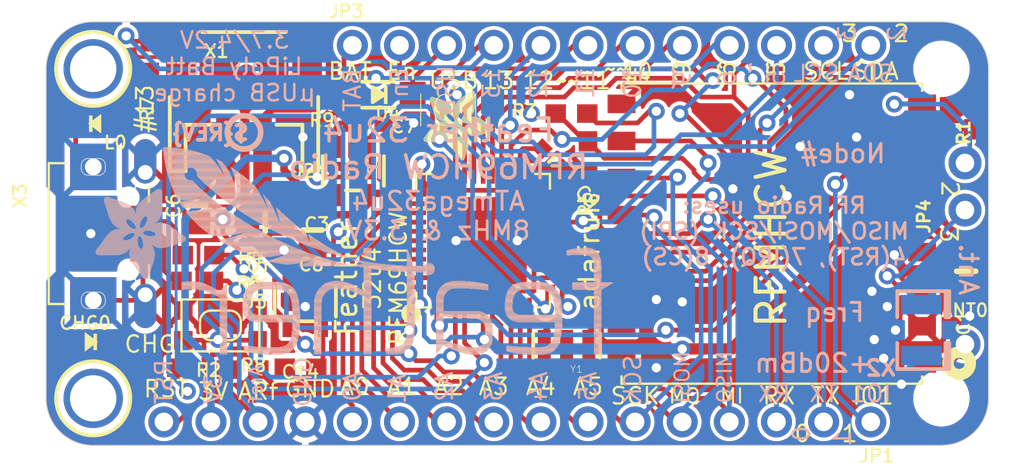
<source format=kicad_pcb>
(kicad_pcb (version 20221018) (generator pcbnew)
  (layers (0 "F.Cu" signal) (31 "B.Cu" signal) (34 "B.Paste" user) (35 "F.Paste" user) (36 "B.SilkS" user "B.Silkscreen") (37 "F.SilkS" user "F.Silkscreen") (38 "B.Mask" user) (39 "F.Mask" user) (44 "Edge.Cuts" user))
  (net 0 "")
  (net 1 "GND")
  (net 2 "D-")
  (net 3 "D+")
  (net 4 "MOSI")
  (net 5 "MISO")
  (net 6 "SCK")
  (net 7 "RST")
  (net 8 "N$11")
  (net 9 "N$12")
  (net 10 "A5")
  (net 11 "A4")
  (net 12 "A3")
  (net 13 "A2")
  (net 14 "A1")
  (net 15 "5")
  (net 16 "11")
  (net 17 "10")
  (net 18 "6")
  (net 19 "12")
  (net 20 "2")
  (net 21 "N$15")
  (net 22 "N$16")
  (net 23 "1")
  (net 24 "0")
  (net 25 "+3V3")
  (net 26 "VBUS")
  (net 27 "VBAT")
  (net 28 "N$2")
  (net 29 "AREF")
  (net 30 "13")
  (net 31 "A0")
  (net 32 "9")
  (net 33 "3")
  (net 34 "N$1")
  (net 35 "N$3")
  (net 36 "N$4")
  (net 37 "D4_RST")
  (net 38 "D8_CS")
  (net 39 "D7_IRQ")
  (net 40 "EN")
  (net 41 "ANT")
  (net 42 "DIO3")
  (net 43 "DIO2")
  (net 44 "DIO1")
  (net 45 "DIO5")
  (footprint "" (layer "F.Cu") (at 171.3611 113.8936)
    (fp_text reference "@HOLE1" hide)
    (fp_text value "")
  )
  (footprint "working:1X02_ROUND" (layer "F.Cu") (at 172.6311 102.4636 90)
    (fp_text reference "JP4")
    (fp_text value "")
  )
  (footprint "working:FIDUCIAL_1MM" (layer "F.Cu") (at 169.5033 115.4106 -90)
    (fp_text reference "U$35" hide)
    (fp_text value "FIDUCIAL\"\"" hide)
  )
  (footprint "working:TQFN44_7MM" (layer "F.Cu") (at 146.6596 105.3846)
    (fp_text reference "IC1")
    (fp_text value "ATMEGA32U4-MU")
  )
  (footprint "working:RFMHCW_SMT" (layer "F.Cu") (at 162.2171 105.0036)
    (fp_text reference "U4")
    (fp_text value "")
  )
  (footprint "working:MOUNTINGHOLE_2.5_PLATED" (layer "F.Cu") (at 125.6411 113.8936 -90)
    (fp_text reference "U$32" hide)
    (fp_text value "MOUNTINGHOLE2.5" hide)
  )
  (footprint "working:RESONATOR-SMD" (layer "F.Cu") (at 151.157206 111.046994 180)
    (fp_text reference "Y1")
    (fp_text value "8MHz")
  )
  (footprint "working:0805-NO" (layer "F.Cu") (at 131.1891 103.4746 90)
    (fp_text reference "C6")
    (fp_text value "10µF")
  )
  (footprint "" (layer "F.Cu") (at 171.3611 96.1136)
    (fp_text reference "@HOLE0" hide)
    (fp_text value "")
  )
  (footprint "working:SOT23-5" (layer "F.Cu") (at 139.6619 101.6254 180)
    (fp_text reference "U2")
    (fp_text value "AP2112-3.3")
  )
  (footprint "working:1X12_ROUND" (layer "F.Cu") (at 153.5811 94.8436)
    (fp_text reference "JP3")
    (fp_text value "")
  )
  (footprint "working:CHIPLED_0805_NOOUTLINE" (layer "F.Cu") (at 125.5141 110.8456 -90)
    (fp_text reference "CHG0")
    (fp_text value "ORANGE")
  )
  (footprint "working:0805-NO" (layer "F.Cu") (at 137.4671 104.8096 -90)
    (fp_text reference "C8")
    (fp_text value "10µF")
  )
  (footprint "working:0603-NO" (layer "F.Cu") (at 136.8171 112.2426 180)
    (fp_text reference "R8")
    (fp_text value "10K\\")
  )
  (footprint "working:ADAFRUIT_3.5MM" (layer "F.Cu") (at 143.4211 97.2566 -90)
    (fp_text reference "U$7" hide)
    (fp_text value "" hide)
  )
  (footprint "working:FIDUCIAL_1MM" (layer "F.Cu") (at 133.8961 96.3676 -90)
    (fp_text reference "U$34" hide)
    (fp_text value "FIDUCIAL\"\"" hide)
  )
  (footprint "working:0603-NO" (layer "F.Cu") (at 128.6891 95.4786 -90)
    (fp_text reference "R7")
    (fp_text value "2.2K")
  )
  (footprint "working:KMR2" (layer "F.Cu") (at 132.4991 109.9566 180)
    (fp_text reference "SW1" hide)
    (fp_text value "SPST_TACT-KMR2" hide)
  )
  (footprint "working:0603-NO" (layer "F.Cu") (at 131.250887 107.554913)
    (fp_text reference "R5")
    (fp_text value "22")
  )
  (footprint "working:0603-NO" (layer "F.Cu") (at 142.1681 101.1426 90)
    (fp_text reference "C7")
    (fp_text value "1uF")
  )
  (footprint "working:1X16_ROUND" (layer "F.Cu") (at 148.5011 115.1636 180)
    (fp_text reference "JP1")
    (fp_text value "")
  )
  (footprint "working:0805-NO" (layer "F.Cu") (at 172.6946 107.0356 -90)
    (fp_text reference "C1")
    (fp_text value "10uF")
  )
  (footprint "working:MOUNTINGHOLE_2.5_PLATED" (layer "F.Cu") (at 125.6411 96.1136 -90)
    (fp_text reference "U$31" hide)
    (fp_text value "MOUNTINGHOLE2.5" hide)
  )
  (footprint "working:SOT23-5" (layer "F.Cu") (at 137.0711 108.6866 180)
    (fp_text reference "U3")
    (fp_text value "MCP73831T-2ACI/OT")
  )
  (footprint "working:0603-NO" (layer "F.Cu") (at 129.3241 112.2426)
    (fp_text reference "R2")
    (fp_text value "1K")
  )
  (footprint "working:0805-NO" (layer "F.Cu") (at 134.9121 104.3686)
    (fp_text reference "C3")
    (fp_text value "10µF")
  )
  (footprint "working:0603-NO" (layer "F.Cu") (at 152.3111 100.8761 -90)
    (fp_text reference "R6")
    (fp_text value "100K")
  )
  (footprint "working:CHIPLED_0805_NOOUTLINE" (layer "F.Cu") (at 125.7461 99.0746 90)
    (fp_text reference "L0")
    (fp_text value "RED")
  )
  (footprint "working:0603-NO" (layer "F.Cu") (at 151.4221 98.5266 180)
    (fp_text reference "R3")
    (fp_text value "100k")
  )
  (footprint "working:0603-NO" (layer "F.Cu") (at 133.6929 112.343007)
    (fp_text reference "C14")
    (fp_text value "1uF")
  )
  (footprint "working:0603-NO" (layer "F.Cu") (at 173.0756 98.5266 -90)
    (fp_text reference "R1")
    (fp_text value "100k")
  )
  (footprint "working:4UCONN_20329_V2" (layer "F.Cu") (at 127.5461 105.0036 -90)
    (fp_text reference "X3")
    (fp_text value "microUSB")
    (fp_line (start -4.05 2.15) (end -4.05 1.6) (stroke (width 0.05)) (layer "Edge.Cuts"))
    (fp_line (start -3.7 1.25) (end -3.5 1.25) (stroke (width 0.05)) (layer "Edge.Cuts"))
    (fp_line (start -3.5 2.55) (end -3.7 2.55) (stroke (width 0.05)) (layer "Edge.Cuts"))
    (fp_line (start -3.15 1.6) (end -3.15 2.15) (stroke (width 0.05)) (layer "Edge.Cuts"))
    (fp_line (start 3.15 2.2) (end 3.15 1.6) (stroke (width 0.05)) (layer "Edge.Cuts"))
    (fp_line (start 4.05 1.6) (end 4.05 2.2) (stroke (width 0.05)) (layer "Edge.Cuts"))
    (fp_arc (start -4.05 1.6) (mid -3.947487 1.352513) (end -3.7 1.25) (stroke (width 0.05)) (layer "Edge.Cuts"))
    (fp_arc (start -3.7 2.55) (mid -3.957843 2.422487) (end -4.05 2.15) (stroke (width 0.05)) (layer "Edge.Cuts"))
    (fp_arc (start -3.5 1.25) (mid -3.252513 1.352513) (end -3.15 1.6) (stroke (width 0.05)) (layer "Edge.Cuts"))
    (fp_arc (start -3.15 2.15) (mid -3.242157 2.422487) (end -3.5 2.55) (stroke (width 0.05)) (layer "Edge.Cuts"))
    (fp_arc (start 3.15 1.6) (mid 3.302513 1.331802) (end 3.6 1.25) (stroke (width 0.05)) (layer "Edge.Cuts"))
    (fp_arc (start 3.6 1.25) (mid 3.897487 1.331802) (end 4.05 1.6) (stroke (width 0.05)) (layer "Edge.Cuts"))
    (fp_arc (start 3.6 2.55) (mid 3.302513 2.468198) (end 3.15 2.2) (stroke (width 0.05)) (layer "Edge.Cuts"))
    (fp_arc (start 4.05 2.2) (mid 3.897487 2.468198) (end 3.6 2.55) (stroke (width 0.05)) (layer "Edge.Cuts"))
  )
  (footprint "working:0603-NO" (layer "F.Cu") (at 140.5001 99.0092 180)
    (fp_text reference "R9")
    (fp_text value "100k")
  )
  (footprint "working:_0603MP" (layer "F.Cu") (at 150.39069 100.955588 -45)
    (fp_text reference "C9")
    (fp_text value "1uF")
  )
  (footprint "working:0603-NO" (layer "F.Cu") (at 131.3201 106.1656)
    (fp_text reference "R4")
    (fp_text value "22")
  )
  (footprint "working:SOD-123" (layer "F.Cu") (at 141.0081 97.5106 180)
    (fp_text reference "D4")
    (fp_text value "MBR120")
  )
  (footprint "working:1X01_ROUND" (layer "F.Cu") (at 172.6311 110.9726)
    (fp_text reference "ANT0")
    (fp_text value "")
  )
  (footprint "working:JSTPH2" (layer "F.Cu") (at 133.7691 97.1296)
    (fp_text reference "X1")
    (fp_text value "JSTPH")
  )
  (footprint "working:ADAFRUIT_5MM" (layer "B.Cu") (at 125.7681 102.5906)
    (fp_text reference "U$4" hide)
    (fp_text value "" hide)
  )
  (footprint "working:U.FL" (layer "B.Cu") (at 170.2816 110.2106)
    (fp_text reference "X2")
    (fp_text value "uFL")
  )
  (footprint "working:FEATHERLOGO" (layer "B.Cu") (at 153.7081 111.6076 180)
    (fp_text reference "U$5" hide)
    (fp_text value "" hide)
  )
  (footprint "working:PCBFEAT-REV-040" (layer "B.Cu") (at 133.7691 99.5426 180)
    (fp_text reference "U$6" hide)
    (fp_text value "" hide)
  )
  (gr_arc (start 173.9011 113.8936) (mid 173.157151 115.689651) (end 171.3611 116.4336) (stroke (width 0.05)) (layer "Edge.Cuts"))
  (gr_line (start 171.3611 93.5736) (end 125.6411 93.5736) (stroke (width 0.05)) (layer "Edge.Cuts"))
  (gr_line (start 123.1011 102.4636) (end 123.6091 102.9716) (stroke (width 0.05)) (layer "Edge.Cuts"))
  (gr_line (start 125.6411 116.4336) (end 171.3611 116.4336) (stroke (width 0.05)) (layer "Edge.Cuts"))
  (gr_line (start 173.9011 113.8936) (end 173.9011 96.1136) (stroke (width 0.05)) (layer "Edge.Cuts"))
  (gr_arc (start 171.3611 93.5736) (mid 173.157151 94.317549) (end 173.9011 96.1136) (stroke (width 0.05)) (layer "Edge.Cuts"))
  (gr_line (start 123.1011 96.1136) (end 123.1011 102.4636) (stroke (width 0.05)) (layer "Edge.Cuts"))
  (gr_arc (start 125.6411 116.4336) (mid 123.845049 115.689651) (end 123.1011 113.8936) (stroke (width 0.05)) (layer "Edge.Cuts"))
  (gr_line (start 123.1011 107.5436) (end 123.1011 113.8936) (stroke (width 0.05)) (layer "Edge.Cuts"))
  (gr_line (start 123.6091 102.9716) (end 123.6091 107.0356) (stroke (width 0.05)) (layer "Edge.Cuts"))
  (gr_line (start 123.6091 107.0356) (end 123.1011 107.5436) (stroke (width 0.05)) (layer "Edge.Cuts"))
  (gr_arc (start 123.1011 96.1136) (mid 123.845049 94.317549) (end 125.6411 93.5736) (stroke (width 0.05)) (layer "Edge.Cuts"))
  (gr_text "ATmega32u4\n8MHz & 3.3V" (at 144.2466 104.0511) (layer "B.SilkS") (effects (font (size 0.99441 0.99441) (thickness 0.14859)) (justify mirror)))
  (gr_text "6" (at 159.8041 96.6216 -270) (layer "B.SilkS") (effects (font (size 0.89408 0.89408) (thickness 0.12192)) (justify mirror)))
  (gr_text "GND" (at 136.9441 113.0046 -270) (layer "B.SilkS") (effects (font (size 0.89408 0.89408) (thickness 0.12192)) (justify mirror)))
  (gr_text "13" (at 147.1041 96.8756 -270) (layer "B.SilkS") (effects (font (size 0.89408 0.89408) (thickness 0.12192)) (justify mirror)))
  (gr_text "A4" (at 149.6441 113.2586 -270) (layer "B.SilkS") (effects (font (size 0.89408 0.89408) (thickness 0.12192)) (justify mirror)))
  (gr_text "BAT" (at 139.6111 97.2566 -270) (layer "B.SilkS") (effects (font (size 0.89408 0.89408) (thickness 0.12192)) (justify mirror)))
  (gr_text "~~" (at 156.8831 96.6216 -270) (layer "B.SilkS") (effects (font (size 0.89408 0.89408) (thickness 0.12192)) (justify mirror)))
  (gr_text "Freq" (at 167.2971 109.8296) (layer "B.SilkS") (effects (font (size 0.98298 0.98298) (thickness 0.16002)) (justify left bottom mirror)))
  (gr_text "10" (at 154.7241 96.8756 -270) (layer "B.SilkS") (effects (font (size 0.89408 0.89408) (thickness 0.12192)) (justify mirror)))
  (gr_text "SCL" (at 164.6301 96.3676) (layer "B.SilkS") (effects (font (size 0.89408 0.89408) (thickness 0.12192)) (justify mirror)))
  (gr_text "Ant." (at 173.3931 105.4481 -90) (layer "B.SilkS") (effects (font (size 0.98298 0.98298) (thickness 0.16002)) (justify right top mirror)))
  (gr_text "1" (at 166.0271 116.0526 -270) (layer "B.SilkS") (effects (font (size 0.89408 0.89408) (thickness 0.12192)) (justify mirror)))
  (gr_text "RF Radio uses:\nMISO/MOSI/SCK (SPI)\n4(RST), 7(IRQ), 8(CS)" (at 162.3441 104.8766) (layer "B.SilkS") (effects (font (size 0.8636 0.8636) (thickness 0.1524)) (justify mirror)))
  (gr_text "SDA" (at 167.5511 96.3676) (layer "B.SilkS") (effects (font (size 0.89408 0.89408) (thickness 0.12192)) (justify mirror)))
  (gr_text "A2" (at 144.5641 113.2586 -270) (layer "B.SilkS") (effects (font (size 0.89408 0.89408) (thickness 0.12192)) (justify mirror)))
  (gr_text "RST" (at 129.4511 113.0046 -270) (layer "B.SilkS") (effects (font (size 0.89408 0.89408) (thickness 0.12192)) (justify mirror)))
  (gr_text "Aref" (at 134.4041 113.1316 -270) (layer "B.SilkS") (effects (font (size 0.715264 0.715264) (thickness 0.097536)) (justify mirror)))
  (gr_text "~~" (at 151.6761 96.7486 -270) (layer "B.SilkS") (effects (font (size 0.89408 0.89408) (thickness 0.12192)) (justify mirror)))
  (gr_text "2" (at 168.9481 94.2086 -270) (layer "B.SilkS") (effects (font (size 0.89408 0.89408) (thickness 0.12192)) (justify mirror)))
  (gr_text "Node#" (at 168.4401 101.2571) (layer "B.SilkS") (effects (font (size 0.98298 0.98298) (thickness 0.16002)) (justify left bottom mirror)))
  (gr_text "0" (at 163.7411 115.7986 -90) (layer "B.SilkS") (effects (font (size 0.89408 0.89408) (thickness 0.12192)) (justify mirror)))
  (gr_text "A1" (at 142.0241 113.3856 -270) (layer "B.SilkS") (effects (font (size 0.89408 0.89408) (thickness 0.12192)) (justify mirror)))
  (gr_text "12" (at 149.6441 96.8756 -270) (layer "B.SilkS") (effects (font (size 0.89408 0.89408) (thickness 0.12192)) (justify mirror)))
  (gr_text "Feather 32u4\nRFM69HCW Radio" (at 144.2466 100.4316) (layer "B.SilkS") (effects (font (size 1.237488 1.237488) (thickness 0.184912)) (justify mirror)))
  (gr_text "3" (at 166.2811 94.2086 -270) (layer "B.SilkS") (effects (font (size 0.89408 0.89408) (thickness 0.12192)) (justify mirror)))
  (gr_text "11" (at 152.1841 96.8756 -270) (layer "B.SilkS") (effects (font (size 0.89408 0.89408) (thickness 0.12192)) (justify mirror)))
  (gr_text "En" (at 142.1511 96.8756 -270) (layer "B.SilkS") (effects (font (size 0.89408 0.89408) (thickness 0.12192)) (justify mirror)))
  (gr_text "~~" (at 154.2161 96.7486 -270) (layer "B.SilkS") (effects (font (size 0.89408 0.89408) (thickness 0.12192)) (justify mirror)))
  (gr_text "MISO" (at 159.6771 112.7506 -270) (layer "B.SilkS") (effects (font (size 0.78232 0.78232) (thickness 0.10668)) (justify mirror)))
  (gr_text "TX" (at 165.0111 113.6396) (layer "B.SilkS") (effects (font (size 0.89408 0.89408) (thickness 0.12192)) (justify mirror)))
  (gr_text "RX" (at 162.3441 113.6396) (layer "B.SilkS") (effects (font (size 0.89408 0.89408) (thickness 0.12192)) (justify mirror)))
  (gr_text "3.7/4.2V\nLiPoly Batt\nµUSB charge" (at 133.2611 95.9866) (layer "B.SilkS") (effects (font (size 0.88392 0.88392) (thickness 0.13208)) (justify mirror)))
  (gr_text "MOSI" (at 157.3911 112.7506 -270) (layer "B.SilkS") (effects (font (size 0.78232 0.78232) (thickness 0.10668)) (justify mirror)))
  (gr_text "USB" (at 144.6911 97.2566 -270) (layer "B.SilkS") (effects (font (size 0.89408 0.89408) (thickness 0.12192)) (justify mirror)))
  (gr_text "5" (at 162.4711 96.6216 -270) (layer "B.SilkS") (effects (font (size 0.89408 0.89408) (thickness 0.12192)) (justify mirror)))
  (gr_text "A3" (at 147.2311 113.2586 -270) (layer "B.SilkS") (effects (font (size 0.89408 0.89408) (thickness 0.12192)) (justify mirror)))
  (gr_text "~~" (at 161.0741 96.3676 -90) (layer "B.SilkS") (effects (font (size 0.89408 0.89408) (thickness 0.12192)) (justify mirror)))
  (gr_text "A5" (at 152.3111 113.2586 -270) (layer "B.SilkS") (effects (font (size 0.89408 0.89408) (thickness 0.12192)) (justify mirror)))
  (gr_text "SCK" (at 154.7241 112.8776 -270) (layer "B.SilkS") (effects (font (size 0.89408 0.89408) (thickness 0.12192)) (justify mirror)))
  (gr_text "3V" (at 132.1181 113.3856 -270) (layer "B.SilkS") (effects (font (size 0.89408 0.89408) (thickness 0.12192)) (justify mirror)))
  (gr_text "A0" (at 139.6111 113.2586 -270) (layer "B.SilkS") (effects (font (size 0.89408 0.89408) (thickness 0.12192)) (justify mirror)))
  (gr_text "+20dBm" (at 161.2011 111.4171) (layer "B.SilkS") (effects (font (size 0.98298 0.98298) (thickness 0.16002)) (justify right top mirror)))
  (gr_text "IO1" (at 167.5511 113.6396) (layer "B.SilkS") (effects (font (size 0.89408 0.89408) (thickness 0.12192)) (justify mirror)))
  (gr_text "9" (at 157.3911 96.6216 -270) (layer "B.SilkS") (effects (font (size 0.89408 0.89408) (thickness 0.12192)) (justify mirror)))
  (gr_text "MO" (at 157.5181 113.7666) (layer "F.SilkS") (effects (font (size 0.78232 0.78232) (thickness 0.10668))))
  (gr_text "BAT" (at 139.4841 96.2406) (layer "F.SilkS") (effects (font (size 0.89408 0.89408) (thickness 0.12192))))
  (gr_text "1" (at 166.4081 115.7986) (layer "F.SilkS") (effects (font (size 0.89408 0.89408) (thickness 0.12192))))
  (gr_text "0" (at 163.8681 115.7986) (layer "F.SilkS") (effects (font (size 0.89408 0.89408) (thickness 0.12192))))
  (gr_text "A1" (at 142.2781 113.2586) (layer "F.SilkS") (effects (font (size 0.89408 0.89408) (thickness 0.12192))))
  (gr_text "12" (at 149.6441 96.7486) (layer "F.SilkS") (effects (font (size 0.89408 0.89408) (thickness 0.12192))))
  (gr_text "A0" (at 139.7381 113.2586) (layer "F.SilkS") (effects (font (size 0.89408 0.89408) (thickness 0.12192))))
  (gr_text "13" (at 147.4851 96.7486) (layer "F.SilkS") (effects (font (size 0.89408 0.89408) (thickness 0.12192))))
  (gr_text "A4" (at 149.7711 113.2586) (layer "F.SilkS") (effects (font (size 0.89408 0.89408) (thickness 0.12192))))
  (gr_text "SCK" (at 154.8511 113.7666) (layer "F.SilkS") (effects (font (size 0.89408 0.89408) (thickness 0.12192))))
  (gr_text "32u4" (at 140.6906 107.4166 90) (layer "F.SilkS") (effects (font (size 0.89408 0.89408) (thickness 0.12192))))
  (gr_text "MI" (at 160.0581 113.7666) (layer "F.SilkS") (effects (font (size 0.78232 0.78232) (thickness 0.10668))))
  (gr_text "TX" (at 165.1381 113.7666) (layer "F.SilkS") (effects (font (size 0.89408 0.89408) (thickness 0.12192))))
  (gr_text "RST" (at 134.5311 106.9086 90) (layer "F.SilkS") (effects (font (size 0.89408 0.89408) (thickness 0.12192))))
  (gr_text "~~11" (at 152.0571 96.7486) (layer "F.SilkS") (effects (font (size 0.89408 0.89408) (thickness 0.12192))))
  (gr_text "SDA" (at 167.8051 96.2406) (layer "F.SilkS") (effects (font (size 0.89408 0.89408) (thickness 0.12192))))
  (gr_text "RFMHCW" (at 163.1061 110.2106 90) (layer "F.SilkS") (effects (font (size 1.56464 1.56464) (thickness 0.21336)) (justify left bottom)))
  (gr_text "#13" (at 128.4351 98.2726 90) (layer "F.SilkS") (effects (font (size 0.89408 0.89408) (thickness 0.12192))))
  (gr_text "USB" (at 145.0721 96.7486) (layer "F.SilkS") (effects (font (size 0.89408 0.89408) (thickness 0.12192))))
  (gr_text "~~" (at 157.0101 96.1136 90) (layer "F.SilkS") (effects (font (size 0.89408 0.89408) (thickness 0.12192))))
  (gr_text "9" (at 157.3911 96.1136 90) (layer "F.SilkS") (effects (font (size 0.89408 0.89408) (thickness 0.12192))))
  (gr_text "~~" (at 159.4231 96.1136 90) (layer "F.SilkS") (effects (font (size 0.89408 0.89408) (thickness 0.12192))))
  (gr_text "RST" (at 129.5781 113.3856) (layer "F.SilkS") (effects (font (size 0.89408 0.89408) (thickness 0.12192))))
  (gr_text "Feather" (at 139.2936 107.4166 90) (layer "F.SilkS") (effects (font (size 1.1176 1.1176) (thickness 0.1524))))
  (gr_text "3" (at 166.4081 94.2086) (layer "F.SilkS") (effects (font (size 0.89408 0.89408) (thickness 0.12192))))
  (gr_text "5" (at 162.4711 96.1136 90) (layer "F.SilkS") (effects (font (size 0.89408 0.89408) (thickness 0.12192))))
  (gr_text "RX" (at 162.5981 113.7666) (layer "F.SilkS") (effects (font (size 0.89408 0.89408) (thickness 0.12192))))
  (gr_text "En" (at 142.2781 96.2406) (layer "F.SilkS") (effects (font (size 0.89408 0.89408) (thickness 0.12192))))
  (gr_text "SCL" (at 165.1381 96.2406) (layer "F.SilkS") (effects (font (size 0.89408 0.89408) (thickness 0.12192))))
  (gr_text "3" (at 171.2341 104.5591 270) (layer "F.SilkS") (effects (font (size 0.89408 0.89408) (thickness 0.12192)) (justify left bottom)))
  (gr_text "IO1" (at 167.6781 113.7666) (layer "F.SilkS") (effects (font (size 0.89408 0.89408) (thickness 0.12192))))
  (gr_text "2" (at 169.2021 94.2086) (layer "F.SilkS") (effects (font (size 0.89408 0.89408) (thickness 0.12192))))
  (gr_text "A2" (at 144.8181 113.2586) (layer "F.SilkS") (effects (font (size 0.89408 0.89408) (thickness 0.12192))))
  (gr_text "2" (at 171.2976 102.0826 270) (layer "F.SilkS") (effects (font (size 0.89408 0.89408) (thickness 0.12192)) (justify left bottom)))
  (gr_text "~~" (at 153.8351 96.1136) (layer "F.SilkS") (effects (font (size 0.89408 0.89408) (thickness 0.12192))))
  (gr_text "adafruit" (at 152.3746 106.0196 90) (layer "F.SilkS") (effects (font (size 1.072896 1.072896) (thickness 0.146304))))
  (gr_text "~~" (at 161.9631 96.1136 90) (layer "F.SilkS") (effects (font (size 0.89408 0.89408) (thickness 0.12192))))
  (gr_text "GND" (at 137.3251 113.3856) (layer "F.SilkS") (effects (font (size 0.89408 0.89408) (thickness 0.12192))))
  (gr_text "A3" (at 147.2311 113.2586) (layer "F.SilkS") (effects (font (size 0.89408 0.89408) (thickness 0.12192))))
  (gr_text "3V" (at 132.1181 113.5126) (layer "F.SilkS") (effects (font (size 0.89408 0.89408) (thickness 0.12192))))
  (gr_text "RFM69HCW" (at 142.0876 107.4166 90) (layer "F.SilkS") (effects (font (size 0.89408 0.89408) (thickness 0.12192))))
  (gr_text "6" (at 159.8041 96.1136 90) (layer "F.SilkS") (effects (font (size 0.89408 0.89408) (thickness 0.12192))))
  (gr_text "CHG" (at 128.6891 110.9726) (layer "F.SilkS") (effects (font (size 0.89408 0.89408) (thickness 0.12192))))
  (gr_text "ARf" (at 134.5311 113.5126) (layer "F.SilkS") (effects (font (size 0.89408 0.89408) (thickness 0.12192))))
  (gr_text "10" (at 154.9781 96.2406) (layer "F.SilkS") (effects (font (size 0.849376 0.849376) (thickness 0.115824))))
  (gr_text "A5" (at 152.3111 113.2586) (layer "F.SilkS") (effects (font (size 0.89408 0.89408) (thickness 0.12192))))
  (segment (start 128.3211 108.1786) (end 128.4461 108.3036) (width 0.254) (layer "F.Cu") (net 1))
  (segment (start 150.1346 106.3846) (end 147.5961 106.3846) (width 0.254) (layer "F.Cu") (net 1))
  (segment (start 134.4991 109.1566) (end 134.6201 109.1566) (width 0.254) (layer "F.Cu") (net 1))
  (segment (start 146.1596 106.5831) (end 146.9771 105.7656) (width 0.254) (layer "F.Cu") (net 1))
  (segment (start 137.0711 105.7596) (end 137.4671 105.7596) (width 0.254) (layer "F.Cu") (net 1))
  (segment (start 152.3111 101.7261) (end 151.1612 101.7261) (width 0.4064) (layer "F.Cu") (net 1))
  (segment (start 154.1171 98.0036) (end 155.1201 98.0036) (width 0.254) (layer "F.Cu") (net 1))
  (segment (start 145.2311 103.3846) (end 146.9771 105.1306) (width 0.254) (layer "F.Cu") (net 1))
  (segment (start 149.1596 102.6141) (end 149.3901 102.8446) (width 0.254) (layer "F.Cu") (net 1))
  (segment (start 134.6201 109.1566) (end 135.4201 109.9566) (width 0.254) (layer "F.Cu") (net 1))
  (segment (start 135.4201 109.9566) (end 135.4201 111.2266) (width 0.254) (layer "F.Cu") (net 1))
  (segment (start 124.6961 101.4036) (end 125.6461 101.4036) (width 0.254) (layer "F.Cu") (net 1))
  (segment (start 148.5011 105.3846) (end 146.9771 105.3846) (width 0.254) (layer "F.Cu") (net 1))
  (segment (start 146.1596 108.8596) (end 146.1596 106.5831) (width 0.254) (layer "F.Cu") (net 1))
  (segment (start 146.9771 105.3846) (end 146.9771 105.7656) (width 0.254) (layer "F.Cu") (net 1))
  (segment (start 149.319284 102.788416) (end 146.9771 105.1306) (width 0.254) (layer "F.Cu") (net 1))
  (segment (start 124.6961 99.0746) (end 124.6961 101.4036) (width 0.254) (layer "F.Cu") (net 1))
  (segment (start 155.4861 97.6376) (end 155.6131 97.6376) (width 0.254) (layer "F.Cu") (net 1))
  (segment (start 147.5961 106.3846) (end 146.9771 105.7656) (width 0.254) (layer "F.Cu") (net 1))
  (segment (start 146.1596 106.5831) (end 145.3581 107.3846) (width 0.254) (layer "F.Cu") (net 1))
  (segment (start 128.1461 108.6036) (end 128.4461 108.3036) (width 0.254) (layer "F.Cu") (net 1))
  (segment (start 151.157206 111.723707) (end 151.6761 112.2426) (width 0.254) (layer "F.Cu") (net 1))
  (segment (start 143.1846 107.3846) (end 145.3581 107.3846) (width 0.254) (layer "F.Cu") (net 1))
  (segment (start 145.178493 103.331994) (end 145.2311 103.3846) (width 0.254) (layer "F.Cu") (net 1))
  (segment (start 151.1612 101.7261) (end 150.929503 101.494404) (width 0.4064) (layer "F.Cu") (net 1))
  (segment (start 125.6461 108.6036) (end 128.1461 108.6036) (width 0.254) (layer "F.Cu") (net 1))
  (segment (start 155.1201 98.0036) (end 155.4861 97.6376) (width 0.254) (layer "F.Cu") (net 1))
  (segment (start 137.0711 107.3865) (end 137.0711 105.7596) (width 0.254) (layer "F.Cu") (net 1))
  (segment (start 128.3211 106.3036) (end 128.3211 108.1786) (width 0.254) (layer "F.Cu") (net 1))
  (segment (start 146.9771 105.1306) (end 146.9771 105.3846) (width 0.254) (layer "F.Cu") (net 1))
  (segment (start 151.157206 111.046994) (end 151.157206 111.723707) (width 0.254) (layer "F.Cu") (net 1))
  (segment (start 143.1846 103.3846) (end 145.2311 103.3846) (width 0.254) (layer "F.Cu") (net 1))
  (segment (start 149.1596 101.9096) (end 149.1596 102.6141) (width 0.254) (layer "F.Cu") (net 1))
  (via (at 167.7416 110.7186) (size 0.9064) (drill 0.5) (layers "F.Cu" "B.Cu") (net 1))
  (via (at 163.0426 102.9716) (size 0.9064) (drill 0.5) (layers "F.Cu" "B.Cu") (net 1))
  (via (at 169.2021 113.1316) (size 0.9064) (drill 0.5) (layers "F.Cu" "B.Cu") (net 1))
  (via (at 155.9941 108.5596) (size 0.9064) (drill 0.5) (layers "F.Cu" "B.Cu") (net 1))
  (via (at 160.1216 102.5906) (size 0.9064) (drill 0.5) (layers "F.Cu" "B.Cu") (net 1))
  (via (at 142.9131 99.0346) (size 0.9064) (drill 0.5) (layers "F.Cu" "B.Cu") (net 1))
  (via (at 172.8851 109.4486) (size 0.9064) (drill 0.5) (layers "F.Cu" "B.Cu") (net 1))
  (via (at 145.1991 105.3846) (size 0.9064) (drill 0.5) (layers "F.Cu" "B.Cu") (net 1))
  (via (at 168.8846 110.2106) (size 0.9064) (drill 0.5) (layers "F.Cu" "B.Cu") (net 1))
  (via (at 166.7891 99.7966) (size 0.9064) (drill 0.5) (layers "F.Cu" "B.Cu") (net 1))
  (via (at 155.9941 112.2426) (size 0.9064) (drill 0.5) (layers "F.Cu" "B.Cu") (net 1))
  (via (at 135.9281 105.8926) (size 0.9064) (drill 0.5) (layers "F.Cu" "B.Cu") (net 1))
  (via (at 168.2496 111.7346) (size 0.9064) (drill 0.5) (layers "F.Cu" "B.Cu") (net 1))
  (via (at 168.4401 108.9406) (size 0.9064) (drill 0.5) (layers "F.Cu" "B.Cu") (net 1))
  (via (at 136.9441 99.7966) (size 0.9064) (drill 0.5) (layers "F.Cu" "B.Cu") (net 1))
  (via (at 137.0711 108.9406) (size 0.9064) (drill 0.5) (layers "F.Cu" "B.Cu") (net 1))
  (via (at 166.4081 97.5106) (size 0.9064) (drill 0.5) (layers "F.Cu" "B.Cu") (net 1))
  (via (at 168.8211 106.1466) (size 0.9064) (drill 0.5) (layers "F.Cu" "B.Cu") (net 1))
  (via (at 157.3911 108.6866) (size 0.9064) (drill 0.5) (layers "F.Cu" "B.Cu") (net 1))
  (via (at 125.5141 105.0036) (size 0.9064) (drill 0.5) (layers "F.Cu" "B.Cu") (net 1))
  (via (at 167.6146 108.1151) (size 0.9064) (drill 0.5) (layers "F.Cu" "B.Cu") (net 1))
  (via (at 163.7411 100.3046) (size 0.9064) (drill 0.5) (layers "F.Cu" "B.Cu") (net 1))
  (via (at 148.5011 105.3846) (size 0.9064) (drill 0.5) (layers "F.Cu" "B.Cu") (net 1))
  (segment (start 145.1596 108.8596) (end 145.1596 111.3931) (width 0.254) (layer "F.Cu") (net 2))
  (segment (start 133.0261 106.1656) (end 133.7691 106.9086) (width 0.254) (layer "F.Cu") (net 2))
  (segment (start 145.1596 111.3931) (end 144.9451 111.6076) (width 0.254) (layer "F.Cu") (net 2))
  (segment (start 132.1701 106.1656) (end 133.0261 106.1656) (width 0.254) (layer "F.Cu") (net 2))
  (via (at 144.9451 111.6076) (size 0.9064) (drill 0.5) (layers "F.Cu" "B.Cu") (net 2))
  (via (at 133.7691 106.9086) (size 0.9064) (drill 0.5) (layers "F.Cu" "B.Cu") (net 2))
  (segment (start 135.1661 112.7506) (end 134.6581 112.2426) (width 0.254) (layer "B.Cu") (net 2))
  (segment (start 143.1671 112.7506) (end 144.3101 111.6076) (width 0.254) (layer "B.Cu") (net 2))
  (segment (start 134.6581 107.7976) (end 133.7691 106.9086) (width 0.254) (layer "B.Cu") (net 2))
  (segment (start 134.6581 112.2426) (end 134.6581 107.7976) (width 0.254) (layer "B.Cu") (net 2))
  (segment (start 144.3101 111.6076) (end 144.9451 111.6076) (width 0.254) (layer "B.Cu") (net 2))
  (segment (start 135.1661 112.7506) (end 143.1671 112.7506) (width 0.254) (layer "B.Cu") (net 2))
  (segment (start 132.100887 107.554913) (end 132.891412 107.554913) (width 0.254) (layer "F.Cu") (net 3))
  (segment (start 132.891412 107.554913) (end 133.3881 108.0516) (width 0.254) (layer "F.Cu") (net 3))
  (segment (start 145.6596 110.8997) (end 146.7231 111.9632) (width 0.254) (layer "F.Cu") (net 3))
  (segment (start 145.6596 108.8596) (end 145.6596 110.8997) (width 0.254) (layer "F.Cu") (net 3))
  (via (at 146.7231 111.9632) (size 0.9064) (drill 0.5) (layers "F.Cu" "B.Cu") (net 3))
  (via (at 133.3881 108.0516) (size 0.9064) (drill 0.5) (layers "F.Cu" "B.Cu") (net 3))
  (segment (start 135.0391 113.3856) (end 145.3261 113.3856) (width 0.254) (layer "B.Cu") (net 3))
  (segment (start 145.3261 113.3856) (end 146.7231 111.9886) (width 0.254) (layer "B.Cu") (net 3))
  (segment (start 135.0391 113.3856) (end 134.1501 112.4966) (width 0.254) (layer "B.Cu") (net 3))
  (segment (start 134.1501 112.4966) (end 134.1501 108.8136) (width 0.254) (layer "B.Cu") (net 3))
  (segment (start 133.3881 108.0516) (end 134.1501 108.8136) (width 0.254) (layer "B.Cu") (net 3))
  (segment (start 146.7231 111.9886) (end 146.7231 111.9632) (width 0.254) (layer "B.Cu") (net 3))
  (segment (start 157.0891 102.0036) (end 157.1371 101.9556) (width 0.254) (layer "F.Cu") (net 4))
  (segment (start 148.6596 112.4011) (end 149.1361 112.8776) (width 0.254) (layer "F.Cu") (net 4))
  (segment (start 149.1361 112.8776) (end 150.7871 112.8776) (width 0.254) (layer "F.Cu") (net 4))
  (segment (start 153.0731 113.3856) (end 153.5811 113.8936) (width 0.254) (layer "F.Cu") (net 4))
  (segment (start 150.7871 112.8776) (end 151.2951 113.3856) (width 0.254) (layer "F.Cu") (net 4))
  (segment (start 148.6596 112.4011) (end 148.6596 108.8596) (width 0.254) (layer "F.Cu") (net 4))
  (segment (start 151.2951 113.3856) (end 153.0731 113.3856) (width 0.254) (layer "F.Cu") (net 4))
  (segment (start 155.7401 113.8936) (end 157.0101 115.1636) (width 0.254) (layer "F.Cu") (net 4))
  (segment (start 153.5811 113.8936) (end 155.7401 113.8936) (width 0.254) (layer "F.Cu") (net 4))
  (segment (start 157.0101 115.1636) (end 157.3911 115.1636) (width 0.254) (layer "F.Cu") (net 4))
  (segment (start 154.1171 102.0036) (end 157.0891 102.0036) (width 0.254) (layer "F.Cu") (net 4))
  (via (at 157.1371 101.9556) (size 0.9064) (drill 0.5) (layers "F.Cu" "B.Cu") (net 4))
  (segment (start 156.8831 104.8766) (end 158.9151 106.9086) (width 0.254) (layer "B.Cu") (net 4))
  (segment (start 158.9151 106.9086) (end 158.9151 113.0046) (width 0.254) (layer "B.Cu") (net 4))
  (segment (start 157.1371 101.9556) (end 156.8831 102.2096) (width 0.254) (layer "B.Cu") (net 4))
  (segment (start 157.3911 115.1636) (end 157.3911 114.5286) (width 0.254) (layer "B.Cu") (net 4))
  (segment (start 158.9151 113.0046) (end 157.3911 114.5286) (width 0.254) (layer "B.Cu") (net 4))
  (segment (start 156.8831 102.2096) (end 156.8831 104.8766) (width 0.254) (layer "B.Cu") (net 4))
  (segment (start 159.1691 113.8936) (end 159.9311 114.6556) (width 0.254) (layer "F.Cu") (net 5))
  (segment (start 159.9311 114.6556) (end 159.9311 115.1636) (width 0.254) (layer "F.Cu") (net 5))
  (segment (start 153.3271 112.8776) (end 153.8351 113.3856) (width 0.254) (layer "F.Cu") (net 5))
  (segment (start 149.1596 108.8596) (end 149.1596 112.1391) (width 0.254) (layer "F.Cu") (net 5))
  (segment (start 153.8351 113.3856) (end 156.3751 113.3856) (width 0.254) (layer "F.Cu") (net 5))
  (segment (start 157.8521 100.0036) (end 158.9151 101.0666) (width 0.254) (layer "F.Cu") (net 5))
  (segment (start 149.1596 112.1391) (end 149.3901 112.3696) (width 0.254) (layer "F.Cu") (net 5))
  (segment (start 154.1171 100.0036) (end 157.8521 100.0036) (width 0.254) (layer "F.Cu") (net 5))
  (segment (start 158.9151 101.0666) (end 158.7881 101.1936) (width 0.254) (layer "F.Cu") (net 5))
  (segment (start 156.8831 113.8936) (end 159.1691 113.8936) (width 0.254) (layer "F.Cu") (net 5))
  (segment (start 149.3901 112.3696) (end 151.0411 112.3696) (width 0.254) (layer "F.Cu") (net 5))
  (segment (start 156.3751 113.3856) (end 156.8831 113.8936) (width 0.254) (layer "F.Cu") (net 5))
  (segment (start 151.0411 112.3696) (end 151.5491 112.8776) (width 0.254) (layer "F.Cu") (net 5))
  (segment (start 151.5491 112.8776) (end 153.3271 112.8776) (width 0.254) (layer "F.Cu") (net 5))
  (via (at 158.7881 101.1936) (size 0.9064) (drill 0.5) (layers "F.Cu" "B.Cu") (net 5))
  (segment (start 158.7881 101.8286) (end 158.7881 101.1936) (width 0.254) (layer "B.Cu") (net 5))
  (segment (start 157.7721 104.7496) (end 157.7721 102.8446) (width 0.254) (layer "B.Cu") (net 5))
  (segment (start 157.7721 102.8446) (end 158.7881 101.8286) (width 0.254) (layer "B.Cu") (net 5))
  (segment (start 159.9311 115.1636) (end 159.9311 106.9086) (width 0.254) (layer "B.Cu") (net 5))
  (segment (start 159.9311 106.9086) (end 157.7721 104.7496) (width 0.254) (layer "B.Cu") (net 5))
  (segment (start 148.1596 112.6631) (end 148.1596 108.8596) (width 0.254) (layer "F.Cu") (net 6))
  (segment (start 154.0891 115.1636) (end 154.8511 115.1636) (width 0.254) (layer "F.Cu") (net 6))
  (segment (start 151.0411 113.8936) (end 152.8191 113.8936) (width 0.254) (layer "F.Cu") (net 6))
  (segment (start 148.8821 113.3856) (end 150.5331 113.3856) (width 0.254) (layer "F.Cu") (net 6))
  (segment (start 152.8191 113.8936) (end 154.0891 115.1636) (width 0.254) (layer "F.Cu") (net 6))
  (segment (start 150.5331 113.3856) (end 151.0411 113.8936) (width 0.254) (layer "F.Cu") (net 6))
  (segment (start 148.1596 112.6631) (end 148.8821 113.3856) (width 0.254) (layer "F.Cu") (net 6))
  (segment (start 154.1171 104.0036) (end 155.7561 104.0036) (width 0.254) (layer "F.Cu") (net 6))
  (segment (start 155.7561 104.0036) (end 155.8671 104.1146) (width 0.254) (layer "F.Cu") (net 6))
  (via (at 155.8671 104.1146) (size 0.9064) (drill 0.5) (layers "F.Cu" "B.Cu") (net 6))
  (segment (start 158.4071 107.1626) (end 155.8671 104.6226) (width 0.254) (layer "B.Cu") (net 6))
  (segment (start 158.4071 111.6076) (end 158.4071 107.1626) (width 0.254) (layer "B.Cu") (net 6))
  (segment (start 155.8671 104.6226) (end 155.8671 104.1146) (width 0.254) (layer "B.Cu") (net 6))
  (segment (start 154.8511 115.1636) (end 158.4071 111.6076) (width 0.254) (layer "B.Cu") (net 6))
  (segment (start 131.6101 113.7666) (end 130.2131 115.1636) (width 0.254) (layer "F.Cu") (net 7))
  (segment (start 150.9141 107.5436) (end 150.9141 108.6231) (width 0.254) (layer "F.Cu") (net 7))
  (segment (start 132.3721 110.7566) (end 134.4991 110.7566) (width 0.254) (layer "F.Cu") (net 7))
  (segment (start 150.1346 107.3846) (end 150.7551 107.3846) (width 0.254) (layer "F.Cu") (net 7))
  (segment (start 132.3721 110.7566) (end 132.3721 110.7186) (width 0.254) (layer "F.Cu") (net 7))
  (segment (start 131.6101 113.7666) (end 131.6101 110.7566) (width 0.254) (layer "F.Cu") (net 7))
  (segment (start 131.6101 110.7566) (end 132.3721 110.7566) (width 0.254) (layer "F.Cu") (net 7))
  (segment (start 130.2131 115.1636) (end 129.4511 115.1636) (width 0.254) (layer "F.Cu") (net 7))
  (segment (start 130.4991 110.7566) (end 131.6101 110.7566) (width 0.254) (layer "F.Cu") (net 7))
  (segment (start 150.9141 108.6231) (end 151.2316 108.9406) (width 0.254) (layer "F.Cu") (net 7))
  (segment (start 129.4511 115.1636) (end 129.5781 115.1636) (width 0.254) (layer "F.Cu") (net 7))
  (segment (start 150.7551 107.3846) (end 150.9141 107.5436) (width 0.254) (layer "F.Cu") (net 7))
  (via (at 151.2316 108.9406) (size 0.9064) (drill 0.5) (layers "F.Cu" "B.Cu") (net 7))
  (via (at 132.3721 110.7186) (size 0.9064) (drill 0.5) (layers "F.Cu" "B.Cu") (net 7))
  (segment (start 143.6751 98.1456) (end 146.9771 101.4476) (width 0.254) (layer "B.Cu") (net 7))
  (segment (start 149.7076 107.4166) (end 151.2316 108.9406) (width 0.254) (layer "B.Cu") (net 7))
  (segment (start 139.6111 106.4006) (end 140.7541 105.2576) (width 0.254) (layer "B.Cu") (net 7))
  (segment (start 143.6751 98.1456) (end 142.1511 98.1456) (width 0.254) (layer "B.Cu") (net 7))
  (segment (start 140.7541 99.5426) (end 142.1511 98.1456) (width 0.254) (layer "B.Cu") (net 7))
  (segment (start 149.2631 107.4166) (end 149.7076 107.4166) (width 0.254) (layer "B.Cu") (net 7))
  (segment (start 146.9771 101.4476) (end 146.9771 105.1306) (width 0.254) (layer "B.Cu") (net 7))
  (segment (start 133.5151 104.8766) (end 131.4831 106.9086) (width 0.254) (layer "B.Cu") (net 7))
  (segment (start 146.9771 105.1306) (end 149.2631 107.4166) (width 0.254) (layer "B.Cu") (net 7))
  (segment (start 136.4361 104.8766) (end 133.5151 104.8766) (width 0.254) (layer "B.Cu") (net 7))
  (segment (start 131.4831 109.3216) (end 132.3721 110.2106) (width 0.254) (layer "B.Cu") (net 7))
  (segment (start 139.6111 106.4006) (end 137.9601 106.4006) (width 0.254) (layer "B.Cu") (net 7))
  (segment (start 140.7541 105.2576) (end 140.7541 99.5426) (width 0.254) (layer "B.Cu") (net 7))
  (segment (start 137.9601 106.4006) (end 136.4361 104.8766) (width 0.254) (layer "B.Cu") (net 7))
  (segment (start 132.3721 110.2106) (end 132.3721 110.7186) (width 0.254) (layer "B.Cu") (net 7))
  (segment (start 131.4831 106.9086) (end 131.4831 109.3216) (width 0.254) (layer "B.Cu") (net 7))
  (segment (start 150.9141 106.7816) (end 151.4221 107.2896) (width 0.254) (layer "F.Cu") (net 8))
  (segment (start 150.0251 110.9791) (end 149.957206 111.046994) (width 0.254) (layer "F.Cu") (net 8))
  (segment (start 150.9141 106.1466) (end 150.9141 106.7816) (width 0.254) (layer "F.Cu") (net 8))
  (segment (start 150.1346 105.8846) (end 150.6521 105.8846) (width 0.254) (layer "F.Cu") (net 8))
  (segment (start 152.0571 108.5596) (end 152.0571 109.3216) (width 0.254) (layer "F.Cu") (net 8))
  (segment (start 150.6521 105.8846) (end 150.9141 106.1466) (width 0.254) (layer "F.Cu") (net 8))
  (segment (start 152.0571 109.3216) (end 151.5491 109.8296) (width 0.254) (layer "F.Cu") (net 8))
  (segment (start 150.0251 110.2106) (end 149.957206 111.046994) (width 0.254) (layer "F.Cu") (net 8))
  (segment (start 151.5491 109.8296) (end 150.4061 109.8296) (width 0.254) (layer "F.Cu") (net 8))
  (segment (start 151.4221 107.2896) (end 151.4221 107.9246) (width 0.254) (layer "F.Cu") (net 8))
  (segment (start 150.4061 109.8296) (end 150.0251 110.2106) (width 0.254) (layer "F.Cu") (net 8))
  (segment (start 151.4221 107.9246) (end 152.0571 108.5596) (width 0.254) (layer "F.Cu") (net 8))
  (segment (start 151.9301 107.6706) (end 152.5651 108.3056) (width 0.254) (layer "F.Cu") (net 9))
  (segment (start 152.5651 108.3056) (end 152.5651 110.0836) (width 0.254) (layer "F.Cu") (net 9))
  (segment (start 152.5651 110.0836) (end 152.357206 110.291494) (width 0.254) (layer "F.Cu") (net 9))
  (segment (start 150.9141 105.3846) (end 151.4221 105.8926) (width 0.254) (layer "F.Cu") (net 9))
  (segment (start 150.1346 105.3846) (end 150.9141 105.3846) (width 0.254) (layer "F.Cu") (net 9))
  (segment (start 152.5651 110.8391) (end 152.357206 111.046994) (width 0.254) (layer "F.Cu") (net 9))
  (segment (start 151.9301 106.9086) (end 151.9301 107.6706) (width 0.254) (layer "F.Cu") (net 9))
  (segment (start 152.357206 110.291494) (end 152.357206 111.046994) (width 0.254) (layer "F.Cu") (net 9))
  (segment (start 151.4221 105.8926) (end 151.4221 106.4006) (width 0.254) (layer "F.Cu") (net 9))
  (segment (start 151.4221 106.4006) (end 151.9301 106.9086) (width 0.254) (layer "F.Cu") (net 9))
  (segment (start 145.8087 112.9792) (end 144.2847 112.9792) (width 0.254) (layer "F.Cu") (net 10))
  (segment (start 142.4051 112.3696) (end 143.6751 112.3696) (width 0.254) (layer "F.Cu") (net 10))
  (segment (start 141.7701 111.7346) (end 142.4051 112.3696) (width 0.254) (layer "F.Cu") (net 10))
  (segment (start 143.1846 106.3846) (end 142.2941 106.3846) (width 0.254) (layer "F.Cu") (net 10))
  (segment (start 148.5011 113.8936) (end 147.9931 113.3856) (width 0.254) (layer "F.Cu") (net 10))
  (segment (start 143.6751 112.3696) (end 144.2847 112.9792) (width 0.254) (layer "F.Cu") (net 10))
  (segment (start 141.7701 111.7346) (end 141.7701 106.9086) (width 0.254) (layer "F.Cu") (net 10))
  (segment (start 152.3111 115.1636) (end 151.5491 115.1636) (width 0.254) (layer "F.Cu") (net 10))
  (segment (start 150.2791 113.8936) (end 148.5011 113.8936) (width 0.254) (layer "F.Cu") (net 10))
  (segment (start 146.2151 113.3856) (end 145.8087 112.9792) (width 0.254) (layer "F.Cu") (net 10))
  (segment (start 142.2941 106.3846) (end 141.7701 106.9086) (width 0.254) (layer "F.Cu") (net 10))
  (segment (start 151.5491 115.1636) (end 150.2791 113.8936) (width 0.254) (layer "F.Cu") (net 10))
  (segment (start 147.9931 113.3856) (end 146.2151 113.3856) (width 0.254) (layer "F.Cu") (net 10))
  (segment (start 145.5547 113.4872) (end 145.9611 113.8936) (width 0.254) (layer "F.Cu") (net 11))
  (segment (start 144.0307 113.4872) (end 145.5547 113.4872) (width 0.254) (layer "F.Cu") (net 11))
  (segment (start 147.7391 113.8936) (end 149.0091 115.1636) (width 0.254) (layer "F.Cu") (net 11))
  (segment (start 145.9611 113.8936) (end 147.7391 113.8936) (width 0.254) (layer "F.Cu") (net 11))
  (segment (start 141.2621 106.6546) (end 141.2621 111.9886) (width 0.254) (layer "F.Cu") (net 11))
  (segment (start 143.4211 112.8776) (end 144.0307 113.4872) (width 0.254) (layer "F.Cu") (net 11))
  (segment (start 149.0091 115.1636) (end 149.7711 115.1636) (width 0.254) (layer "F.Cu") (net 11))
  (segment (start 142.1511 112.8776) (end 143.4211 112.8776) (width 0.254) (layer "F.Cu") (net 11))
  (segment (start 143.1846 105.8846) (end 142.0321 105.8846) (width 0.254) (layer "F.Cu") (net 11))
  (segment (start 141.2621 111.9886) (end 142.1511 112.8776) (width 0.254) (layer "F.Cu") (net 11))
  (segment (start 142.0321 105.8846) (end 141.2621 106.6546) (width 0.254) (layer "F.Cu") (net 11))
  (segment (start 143.7767 113.9952) (end 145.3007 113.9952) (width 0.254) (layer "F.Cu") (net 12))
  (segment (start 143.1846 105.3846) (end 141.7701 105.3846) (width 0.254) (layer "F.Cu") (net 12))
  (segment (start 145.3007 113.9952) (end 146.4691 115.1636) (width 0.254) (layer "F.Cu") (net 12))
  (segment (start 141.7701 105.3846) (end 140.7541 106.4006) (width 0.254) (layer "F.Cu") (net 12))
  (segment (start 147.2311 115.1636) (end 146.4691 115.1636) (width 0.254) (layer "F.Cu") (net 12))
  (segment (start 141.8971 113.3856) (end 143.1671 113.3856) (width 0.254) (layer "F.Cu") (net 12))
  (segment (start 140.7541 112.2426) (end 141.8971 113.3856) (width 0.254) (layer "F.Cu") (net 12))
  (segment (start 140.7541 112.2426) (end 140.7541 106.4006) (width 0.254) (layer "F.Cu") (net 12))
  (segment (start 143.1671 113.3856) (end 143.7767 113.9952) (width 0.254) (layer "F.Cu") (net 12))
  (segment (start 140.1191 112.3696) (end 140.1191 106.2736) (width 0.254) (layer "F.Cu") (net 13))
  (segment (start 144.6911 115.1636) (end 144.1831 115.1636) (width 0.254) (layer "F.Cu") (net 13))
  (segment (start 140.1191 112.3696) (end 141.6431 113.8936) (width 0.254) (layer "F.Cu") (net 13))
  (segment (start 141.6431 113.8936) (end 142.9131 113.8936) (width 0.254) (layer "F.Cu") (net 13))
  (segment (start 141.5081 104.8846) (end 140.1191 106.2736) (width 0.254) (layer "F.Cu") (net 13))
  (segment (start 143.1846 104.8846) (end 141.5081 104.8846) (width 0.254) (layer "F.Cu") (net 13))
  (segment (start 142.9131 113.8936) (end 144.1831 115.1636) (width 0.254) (layer "F.Cu") (net 13))
  (segment (start 139.6111 106.0196) (end 139.6111 112.6236) (width 0.254) (layer "F.Cu") (net 14))
  (segment (start 141.2461 104.3846) (end 139.6111 106.0196) (width 0.254) (layer "F.Cu") (net 14))
  (segment (start 143.1846 104.3846) (end 141.2461 104.3846) (width 0.254) (layer "F.Cu") (net 14))
  (segment (start 139.6111 112.6236) (end 142.1511 115.1636) (width 0.254) (layer "F.Cu") (net 14))
  (segment (start 145.1596 97.6136) (end 145.2626 97.5106) (width 0.254) (layer "F.Cu") (net 15))
  (segment (start 145.1596 101.9096) (end 145.1596 97.6136) (width 0.254) (layer "F.Cu") (net 15))
  (via (at 145.2626 97.5106) (size 0.9064) (drill 0.5) (layers "F.Cu" "B.Cu") (net 15))
  (segment (start 159.6771 99.6696) (end 162.4711 96.8756) (width 0.254) (layer "B.Cu") (net 15))
  (segment (start 149.6441 101.2571) (end 148.9456 100.5586) (width 0.254) (layer "B.Cu") (net 15))
  (segment (start 162.4711 94.8436) (end 162.2171 94.8436) (width 0.254) (layer "B.Cu") (net 15))
  (segment (start 162.4711 96.8756) (end 162.4711 94.8436) (width 0.254) (layer "B.Cu") (net 15))
  (segment (start 157.3276 99.6696) (end 159.6771 99.6696) (width 0.254) (layer "B.Cu") (net 15))
  (segment (start 147.3581 100.5586) (end 148.9456 100.5586) (width 0.254) (layer "B.Cu") (net 15))
  (segment (start 149.6441 101.2571) (end 155.7401 101.2571) (width 0.254) (layer "B.Cu") (net 15))
  (segment (start 155.7401 101.2571) (end 157.3276 99.6696) (width 0.254) (layer "B.Cu") (net 15))
  (segment (start 162.5981 94.8436) (end 162.4711 94.8436) (width 0.254) (layer "B.Cu") (net 15))
  (segment (start 145.2626 98.4631) (end 145.2626 97.5106) (width 0.254) (layer "B.Cu") (net 15))
  (segment (start 145.2626 98.4631) (end 147.3581 100.5586) (width 0.254) (layer "B.Cu") (net 15))
  (segment (start 151.5491 94.8436) (end 150.2791 96.1136) (width 0.254) (layer "F.Cu") (net 16))
  (segment (start 144.8181 96.6216) (end 144.4371 97.0026) (width 0.254) (layer "F.Cu") (net 16))
  (segment (start 150.2791 96.1136) (end 145.9611 96.1136) (width 0.254) (layer "F.Cu") (net 16))
  (segment (start 150.1346 107.8846) (end 150.1346 108.9581) (width 0.254) (layer "F.Cu") (net 16))
  (segment (start 144.4371 99.9236) (end 144.3101 99.9236) (width 0.254) (layer "F.Cu") (net 16))
  (segment (start 145.9611 96.1136) (end 145.4531 96.6216) (width 0.254) (layer "F.Cu") (net 16))
  (segment (start 145.4531 96.6216) (end 144.8181 96.6216) (width 0.254) (layer "F.Cu") (net 16))
  (segment (start 150.1346 108.9581) (end 150.0251 109.0676) (width 0.254) (layer "F.Cu") (net 16))
  (segment (start 152.3111 94.8436) (end 151.5491 94.8436) (width 0.254) (layer "F.Cu") (net 16))
  (segment (start 144.4371 97.0026) (end 144.4371 99.9236) (width 0.254) (layer "F.Cu") (net 16))
  (via (at 144.3101 99.9236) (size 0.9064) (drill 0.5) (layers "F.Cu" "B.Cu") (net 16))
  (via (at 150.0251 109.0676) (size 0.9064) (drill 0.5) (layers "F.Cu" "B.Cu") (net 16))
  (segment (start 146.0881 105.1306) (end 150.0251 109.0676) (width 0.254) (layer "B.Cu") (net 16))
  (segment (start 144.3101 99.9236) (end 146.0881 101.7016) (width 0.254) (layer "B.Cu") (net 16))
  (segment (start 146.0881 101.7016) (end 146.0881 105.1306) (width 0.254) (layer "B.Cu") (net 16))
  (segment (start 152.8191 96.1136) (end 154.0891 94.8436) (width 0.254) (layer "F.Cu") (net 17))
  (segment (start 154.8511 94.8436) (end 154.0891 94.8436) (width 0.254) (layer "F.Cu") (net 17))
  (segment (start 145.6596 98.2566) (end 147.2946 96.6216) (width 0.254) (layer "F.Cu") (net 17))
  (segment (start 147.2946 96.6216) (end 150.5331 96.6216) (width 0.254) (layer "F.Cu") (net 17))
  (segment (start 151.0411 96.1136) (end 152.8191 96.1136) (width 0.254) (layer "F.Cu") (net 17))
  (segment (start 150.5331 96.6216) (end 151.0411 96.1136) (width 0.254) (layer "F.Cu") (net 17))
  (segment (start 145.6596 101.9096) (end 145.6596 98.2566) (width 0.254) (layer "F.Cu") (net 17))
  (segment (start 147.1596 98.9791) (end 147.9931 98.1456) (width 0.254) (layer "F.Cu") (net 18))
  (segment (start 147.1596 101.9096) (end 147.1596 98.9791) (width 0.254) (layer "F.Cu") (net 18))
  (segment (start 149.2631 98.3996) (end 149.2631 98.5266) (width 0.254) (layer "F.Cu") (net 18))
  (segment (start 147.9931 98.1456) (end 149.0091 98.1456) (width 0.254) (layer "F.Cu") (net 18))
  (segment (start 149.0091 98.1456) (end 149.2631 98.3996) (width 0.254) (layer "F.Cu") (net 18))
  (via (at 149.2631 98.5266) (size 0.9064) (drill 0.5) (layers "F.Cu" "B.Cu") (net 18))
  (segment (start 150.6601 96.1136) (end 149.2631 97.5106) (width 0.254) (layer "B.Cu") (net 18))
  (segment (start 149.2631 98.5266) (end 149.2631 97.5106) (width 0.254) (layer "B.Cu") (net 18))
  (segment (start 157.8356 96.1136) (end 159.1056 94.8436) (width 0.254) (layer "B.Cu") (net 18))
  (segment (start 150.6601 96.1136) (end 157.8356 96.1136) (width 0.254) (layer "B.Cu") (net 18))
  (segment (start 159.1056 94.8436) (end 159.9311 94.8436) (width 0.254) (layer "B.Cu") (net 18))
  (segment (start 147.6596 99.6221) (end 148.1201 99.1616) (width 0.254) (layer "F.Cu") (net 19))
  (segment (start 147.6596 101.9096) (end 147.6596 99.6221) (width 0.254) (layer "F.Cu") (net 19))
  (via (at 148.1201 99.1616) (size 0.9064) (drill 0.5) (layers "F.Cu" "B.Cu") (net 19))
  (segment (start 149.7711 94.8436) (end 148.1201 96.4946) (width 0.254) (layer "B.Cu") (net 19))
  (segment (start 148.1201 96.4946) (end 148.1201 99.1616) (width 0.254) (layer "B.Cu") (net 19))
  (segment (start 150.1346 104.3846) (end 151.9776 104.3846) (width 0.254) (layer "F.Cu") (net 20))
  (segment (start 151.9776 104.3846) (end 152.0571 104.3051) (width 0.254) (layer "F.Cu") (net 20))
  (via (at 152.0571 104.3051) (size 0.9064) (drill 0.5) (layers "F.Cu" "B.Cu") (net 20))
  (segment (start 153.5811 104.3686) (end 157.6451 100.3046) (width 0.254) (layer "B.Cu") (net 20))
  (segment (start 152.1206 104.3686) (end 152.0571 104.3051) (width 0.254) (layer "B.Cu") (net 20))
  (segment (start 157.6451 100.3046) (end 162.0901 100.3046) (width 0.254) (layer "B.Cu") (net 20))
  (segment (start 153.5811 104.3686) (end 152.1206 104.3686) (width 0.254) (layer "B.Cu") (net 20))
  (segment (start 162.0901 100.3046) (end 167.5511 94.8436) (width 0.254) (layer "B.Cu") (net 20))
  (segment (start 129.1971 105.0036) (end 129.4511 105.2576) (width 0.254) (layer "F.Cu") (net 21))
  (segment (start 129.4511 105.2576) (end 129.4511 106.986125) (width 0.254) (layer "F.Cu") (net 21))
  (segment (start 128.3211 105.0036) (end 129.1971 105.0036) (width 0.254) (layer "F.Cu") (net 21))
  (segment (start 129.4511 106.986125) (end 130.019887 107.554913) (width 0.254) (layer "F.Cu") (net 21))
  (segment (start 130.019887 107.554913) (end 130.400887 107.554913) (width 0.254) (layer "F.Cu") (net 21))
  (segment (start 130.0861 105.7816) (end 130.4701 106.1656) (width 0.254) (layer "F.Cu") (net 22))
  (segment (start 128.3211 104.3536) (end 129.6901 104.3536) (width 0.254) (layer "F.Cu") (net 22))
  (segment (start 130.0861 104.7496) (end 130.0861 105.7816) (width 0.254) (layer "F.Cu") (net 22))
  (segment (start 129.6901 104.3536) (end 130.0861 104.7496) (width 0.254) (layer "F.Cu") (net 22))
  (segment (start 150.8506 103.3846) (end 150.1346 103.3846) (width 0.254) (layer "F.Cu") (net 23))
  (segment (start 153.2001 102.9716) (end 159.0421 102.9716) (width 0.254) (layer "F.Cu") (net 23))
  (segment (start 152.9461 102.7176) (end 153.2001 102.9716) (width 0.254) (layer "F.Cu") (net 23))
  (segment (start 151.5176 102.7176) (end 150.8506 103.3846) (width 0.254) (layer "F.Cu") (net 23))
  (segment (start 151.5176 102.7176) (end 152.9461 102.7176) (width 0.254) (layer "F.Cu") (net 23))
  (via (at 159.0421 102.9716) (size 0.9064) (drill 0.5) (layers "F.Cu" "B.Cu") (net 23))
  (segment (start 165.0111 108.9406) (end 159.0421 102.9716) (width 0.254) (layer "B.Cu") (net 23))
  (segment (start 165.0111 108.9406) (end 165.0111 115.1636) (width 0.254) (layer "B.Cu") (net 23))
  (segment (start 157.7721 105.0036) (end 158.5341 104.2416) (width 0.254) (layer "F.Cu") (net 24))
  (segment (start 152.9461 104.6226) (end 153.3271 105.0036) (width 0.254) (layer "F.Cu") (net 24))
  (segment (start 150.1586 103.8606) (end 150.1346 103.8846) (width 0.254) (layer "F.Cu") (net 24))
  (segment (start 151.6761 103.2256) (end 151.0411 103.8606) (width 0.254) (layer "F.Cu") (net 24))
  (segment (start 158.5341 104.2416) (end 158.7881 104.2416) (width 0.254) (layer "F.Cu") (net 24))
  (segment (start 152.6921 103.2256) (end 152.9461 103.4796) (width 0.254) (layer "F.Cu") (net 24))
  (segment (start 151.6761 103.2256) (end 152.6921 103.2256) (width 0.254) (layer "F.Cu") (net 24))
  (segment (start 153.3271 105.0036) (end 157.7721 105.0036) (width 0.254) (layer "F.Cu") (net 24))
  (segment (start 151.0411 103.8606) (end 150.1586 103.8606) (width 0.254) (layer "F.Cu") (net 24))
  (segment (start 152.9461 103.4796) (end 152.9461 104.6226) (width 0.254) (layer "F.Cu") (net 24))
  (via (at 158.7881 104.2416) (size 0.9064) (drill 0.5) (layers "F.Cu" "B.Cu") (net 24))
  (segment (start 162.4711 107.9246) (end 158.7881 104.2416) (width 0.254) (layer "B.Cu") (net 24))
  (segment (start 162.4711 107.9246) (end 162.4711 115.1636) (width 0.254) (layer "B.Cu") (net 24))
  (segment (start 139.8651 103.9876) (end 140.5611 103.2916) (width 0.4064) (layer "F.Cu") (net 25))
  (segment (start 171.3992 99.6696) (end 171.6922 99.3766) (width 0.254) (layer "F.Cu") (net 25))
  (segment (start 142.1681 101.9926) (end 141.8971 102.2636) (width 0.4064) (layer "F.Cu") (net 25))
  (segment (start 170.3011 103.9876) (end 170.3171 104.0036) (width 0.6096) (layer "F.Cu") (net 25))
  (segment (start 160.0581 111.2266) (end 167.2971 103.9876) (width 0.6096) (layer "F.Cu") (net 25))
  (segment (start 143.492728 102.3667) (end 143.492728 102.8846) (width 0.254) (layer "F.Cu") (net 25))
  (segment (start 143.1846 107.8846) (end 143.2306 107.9306) (width 0.254) (layer "F.Cu") (net 25))
  (segment (start 148.800718 100.416775) (end 149.851875 100.416775) (width 0.254) (layer "F.Cu") (net 25))
  (segment (start 171.3992 103.0351) (end 171.3992 99.6696) (width 0.254) (layer "F.Cu") (net 25))
  (segment (start 170.3171 104.0036) (end 172.6946 106.3811) (width 0.4064) (layer "F.Cu") (net 25))
  (segment (start 137.4671 103.8596) (end 137.5951 103.9876) (width 0.254) (layer "F.Cu") (net 25))
  (segment (start 144.1596 102.6668) (end 148.6596 102.6668) (width 0.254) (layer "F.Cu") (net 25))
  (segment (start 140.6119 102.9255) (end 140.705406 102.831994) (width 0.254) (layer "F.Cu") (net 25))
  (segment (start 143.492728 102.3667) (end 143.3576 102.231572) (width 0.4064) (layer "F.Cu") (net 25))
  (segment (start 171.3992 103.0351) (end 170.4307 104.0036) (width 0.254) (layer "F.Cu") (net 25))
  (segment (start 146.7231 108.1024) (end 146.6596 108.1659) (width 0.254) (layer "F.Cu") (net 25))
  (segment (start 136.9441 103.3366) (end 136.9441 102.5906) (width 0.4064) (layer "F.Cu") (net 25))
  (segment (start 143.3576 102.231572) (end 143.3576 101.2571) (width 0.4064) (layer "F.Cu") (net 25))
  (segment (start 149.4042 106.8846) (end 150.1346 106.8846) (width 0.254) (layer "F.Cu") (net 25))
  (segment (start 149.4028 108.1024) (end 149.4028 106.8832) (width 0.254) (layer "F.Cu") (net 25))
  (segment (start 148.6596 102.6668) (end 148.6596 101.9096) (width 0.254) (layer "F.Cu") (net 25))
  (segment (start 141.8971 102.831994) (end 141.949706 102.8846) (width 0.254) (layer "F.Cu") (net 25))
  (segment (start 146.7231 108.1024) (end 149.4028 108.1024) (width 0.254) (layer "F.Cu") (net 25))
  (segment (start 149.4028 106.8832) (end 149.4042 106.8846) (width 0.254) (layer "F.Cu") (net 25))
  (segment (start 140.5611 102.9763) (end 140.6119 102.9255) (width 0.4064) (layer "F.Cu") (net 25))
  (segment (start 143.492728 102.8846) (end 143.1846 102.8846) (width 0.254) (layer "F.Cu") (net 25))
  (segment (start 148.6596 101.9096) (end 148.6596 100.557894) (width 0.254) (layer "F.Cu") (net 25))
  (segment (start 135.9281 101.5746) (end 135.9281 100.9396) (width 0.4064) (layer "F.Cu") (net 25))
  (segment (start 136.9441 102.5906) (end 135.9281 101.5746) (width 0.4064) (layer "F.Cu") (net 25))
  (segment (start 157.3911 111.2266) (end 160.0581 111.2266) (width 0.6096) (layer "F.Cu") (net 25))
  (segment (start 146.6596 108.8596) (end 146.6596 110.6551) (width 0.254) (layer "F.Cu") (net 25))
  (segment (start 144.1596 102.6668) (end 144.1596 101.9096) (width 0.254) (layer "F.Cu") (net 25))
  (segment (start 146.6596 108.1659) (end 146.6596 108.8596) (width 0.254) (layer "F.Cu") (net 25))
  (segment (start 140.5611 103.2916) (end 140.5611 102.9763) (width 0.254) (layer "F.Cu") (net 25))
  (segment (start 171.6922 99.3766) (end 173.0756 99.3766) (width 0.254) (layer "F.Cu") (net 25))
  (segment (start 144.1596 102.3667) (end 144.1596 101.9096) (width 0.254) (layer "F.Cu") (net 25))
  (segment (start 170.3171 104.0036) (end 170.4561 104.0036) (width 0.254) (layer "F.Cu") (net 25))
  (segment (start 137.5951 103.9876) (end 139.8651 103.9876) (width 0.4064) (layer "F.Cu") (net 25))
  (segment (start 148.6596 100.557894) (end 148.800718 100.416775) (width 0.254) (layer "F.Cu") (net 25))
  (segment (start 172.6946 106.3811) (end 172.6946 106.0856) (width 0.4064) (layer "F.Cu") (net 25))
  (segment (start 141.8971 102.2636) (end 141.8971 102.831994) (width 0.4064) (layer "F.Cu") (net 25))
  (segment (start 146.6596 110.6551) (end 146.7231 110.7186) (width 0.254) (layer "F.Cu") (net 25))
  (segment (start 137.4671 103.8596) (end 136.9441 103.3366) (width 0.254) (layer "F.Cu") (net 25))
  (segment (start 170.4307 104.0036) (end 170.3171 104.0036) (width 0.254) (layer "F.Cu") (net 25))
  (segment (start 141.949706 102.8846) (end 143.1846 102.8846) (width 0.254) (layer "F.Cu") (net 25))
  (segment (start 140.705406 102.831994) (end 141.8971 102.831994) (width 0.4064) (layer "F.Cu") (net 25))
  (segment (start 167.2971 103.9876) (end 170.3011 103.9876) (width 0.6096) (layer "F.Cu") (net 25))
  (segment (start 143.2306 107.9306) (end 143.2306 108.8136) (width 0.4064) (layer "F.Cu") (net 25))
  (segment (start 143.492728 102.3667) (end 144.1596 102.3667) (width 0.254) (layer "F.Cu") (net 25))
  (via (at 143.3576 101.2571) (size 0.9064) (drill 0.5) (layers "F.Cu" "B.Cu") (net 25))
  (via (at 157.3911 111.2266) (size 0.9064) (drill 0.5) (layers "F.Cu" "B.Cu") (net 25))
  (via (at 146.7231 110.7186) (size 0.9064) (drill 0.5) (layers "F.Cu" "B.Cu") (net 25))
  (via (at 135.9281 100.9396) (size 0.9064) (drill 0.5) (layers "F.Cu" "B.Cu") (net 25))
  (via (at 143.2306 108.8136) (size 0.9064) (drill 0.5) (layers "F.Cu" "B.Cu") (net 25))
  (segment (start 144.9451 110.5916) (end 144.6911 110.8456) (width 0.254) (layer "B.Cu") (net 25))
  (segment (start 130.5941 110.4646) (end 130.5941 104.2416) (width 0.4064) (layer "B.Cu") (net 25))
  (segment (start 144.9451 110.5916) (end 146.5961 110.5916) (width 0.254) (layer "B.Cu") (net 25))
  (segment (start 130.5941 104.2416) (end 133.8961 100.9396) (width 0.4064) (layer "B.Cu") (net 25))
  (segment (start 146.7231 110.7186) (end 146.9771 110.7186) (width 0.6096) (layer "B.Cu") (net 25))
  (segment (start 143.4846 109.3851) (end 143.2306 109.1311) (width 0.254) (layer "B.Cu") (net 25))
  (segment (start 143.2306 101.3841) (end 143.2306 108.8136) (width 0.4064) (layer "B.Cu") (net 25))
  (segment (start 144.6911 110.8456) (end 143.8021 110.8456) (width 0.254) (layer "B.Cu") (net 25))
  (segment (start 133.8961 100.9396) (end 135.9281 100.9396) (width 0.4064) (layer "B.Cu") (net 25))
  (segment (start 143.2306 109.1311) (end 143.2306 108.8136) (width 0.254) (layer "B.Cu") (net 25))
  (segment (start 146.9771 110.7186) (end 147.4851 111.2266) (width 0.6096) (layer "B.Cu") (net 25))
  (segment (start 146.5961 110.5916) (end 146.7231 110.7186) (width 0.254) (layer "B.Cu") (net 25))
  (segment (start 143.4846 110.5281) (end 143.4846 109.3851) (width 0.254) (layer "B.Cu") (net 25))
  (segment (start 143.3576 101.2571) (end 143.2306 101.3841) (width 0.4064) (layer "B.Cu") (net 25))
  (segment (start 143.4846 110.5281) (end 143.8021 110.8456) (width 0.254) (layer "B.Cu") (net 25))
  (segment (start 131.9911 115.1636) (end 131.9911 111.8616) (width 0.4064) (layer "B.Cu") (net 25))
  (segment (start 147.4851 111.2266) (end 157.3911 111.2266) (width 0.6096) (layer "B.Cu") (net 25))
  (segment (start 131.9911 111.8616) (end 130.5941 110.4646) (width 0.4064) (layer "B.Cu") (net 25))
  (segment (start 147.1596 109.5041) (end 147.1596 108.8596) (width 0.254) (layer "F.Cu") (net 26))
  (segment (start 133.6421 106.0196) (end 132.6261 105.0036) (width 0.254) (layer "F.Cu") (net 26))
  (segment (start 140.6119 99.7474) (end 141.3501 99.0092) (width 0.254) (layer "F.Cu") (net 26))
  (segment (start 136.1211 110.0226) (end 137.0711 110.9726) (width 0.254) (layer "F.Cu") (net 26))
  (segment (start 142.8487 97.5106) (end 141.3501 99.0092) (width 0.254) (layer "F.Cu") (net 26))
  (segment (start 147.6121 109.9566) (end 147.1596 109.5041) (width 0.254) (layer "F.Cu") (net 26))
  (segment (start 144.5387 112.4712) (end 146.0627 112.4712) (width 0.254) (layer "F.Cu") (net 26))
  (segment (start 132.6261 104.2416) (end 131.3721 104.2416) (width 0.254) (layer "F.Cu") (net 26))
  (segment (start 128.2911 103.7336) (end 128.3211 103.7036) (width 0.254) (layer "F.Cu") (net 26))
  (segment (start 124.3711 103.2256) (end 126.6571 103.2256) (width 0.254) (layer "F.Cu") (net 26))
  (segment (start 135.4201 107.2896) (end 135.4201 109.0676) (width 0.254) (layer "F.Cu") (net 26))
  (segment (start 124.1171 103.4796) (end 124.3711 103.2256) (width 0.254) (layer "F.Cu") (net 26))
  (segment (start 124.2441 110.8456) (end 123.6091 110.2106) (width 0.254) (layer "F.Cu") (net 26))
  (segment (start 146.4691 112.8776) (end 147.2311 112.8776) (width 0.254) (layer "F.Cu") (net 26))
  (segment (start 146.0627 112.4712) (end 146.4691 112.8776) (width 0.254) (layer "F.Cu") (net 26))
  (segment (start 130.4681 103.7036) (end 131.1891 104.4246) (width 0.254) (layer "F.Cu") (net 26))
  (segment (start 142.8581 97.5106) (end 142.8487 97.5106) (width 0.254) (layer "F.Cu") (net 26))
  (segment (start 136.1211 109.9867) (end 136.1211 109.7686) (width 0.254) (layer "F.Cu") (net 26))
  (segment (start 131.3721 104.2416) (end 131.1891 104.4246) (width 0.254) (layer "F.Cu") (net 26))
  (segment (start 147.1676 108.8676) (end 147.1596 108.8596) (width 0.254) (layer "F.Cu") (net 26))
  (segment (start 142.8581 96.6766) (end 142.8581 97.5106) (width 0.254) (layer "F.Cu") (net 26))
  (segment (start 140.6119 101.9556) (end 140.6119 100.3253) (width 0.254) (layer "F.Cu") (net 26))
  (segment (start 136.1211 109.9867) (end 136.1211 110.0226) (width 0.254) (layer "F.Cu") (net 26))
  (segment (start 124.4641 110.8456) (end 124.2441 110.8456) (width 0.254) (layer "F.Cu") (net 26))
  (segment (start 144.5387 112.4712) (end 143.9291 111.8616) (width 0.254) (layer "F.Cu") (net 26))
  (segment (start 133.6421 106.0196) (end 134.1501 106.0196) (width 0.254) (layer "F.Cu") (net 26))
  (segment (start 127.1651 103.7336) (end 128.2911 103.7336) (width 0.254) (layer "F.Cu") (net 26))
  (segment (start 147.2311 112.8776) (end 147.6121 112.4966) (width 0.254) (layer "F.Cu") (net 26))
  (segment (start 144.6911 94.8436) (end 142.8581 96.6766) (width 0.254) (layer "F.Cu") (net 26))
  (segment (start 126.6571 103.2256) (end 127.1651 103.7336) (width 0.254) (layer "F.Cu") (net 26))
  (segment (start 123.6091 110.2106) (end 123.6091 107.6706) (width 0.254) (layer "F.Cu") (net 26))
  (segment (start 123.6091 107.6706) (end 124.1171 107.1626) (width 0.254) (layer "F.Cu") (net 26))
  (segment (start 137.7061 101.9556) (end 140.6119 101.9556) (width 0.254) (layer "F.Cu") (net 26))
  (segment (start 128.3211 103.7036) (end 130.4681 103.7036) (width 0.254) (layer "F.Cu") (net 26))
  (segment (start 124.1171 107.1626) (end 124.1171 103.4796) (width 0.254) (layer "F.Cu") (net 26))
  (segment (start 132.6261 105.0036) (end 132.6261 104.2416) (width 0.254) (layer "F.Cu") (net 26))
  (segment (start 140.6119 100.3253) (end 140.6119 99.7474) (width 0.254) (layer "F.Cu") (net 26))
  (segment (start 135.4201 109.0676) (end 136.1211 109.7686) (width 0.254) (layer "F.Cu") (net 26))
  (segment (start 143.0401 111.8616) (end 142.6591 111.4806) (width 0.254) (layer "F.Cu") (net 26))
  (segment (start 134.1501 106.0196) (end 135.4201 107.2896) (width 0.254) (layer "F.Cu") (net 26))
  (segment (start 143.9291 111.8616) (end 143.0401 111.8616) (width 0.254) (layer "F.Cu") (net 26))
  (segment (start 147.6121 112.4966) (end 147.6121 109.9566) (width 0.254) (layer "F.Cu") (net 26))
  (via (at 142.6591 111.4806) (size 0.9064) (drill 0.5) (layers "F.Cu" "B.Cu") (net 26))
  (via (at 132.6261 104.2416) (size 0.9064) (drill 0.5) (layers "F.Cu" "B.Cu") (net 26))
  (via (at 137.0711 110.9726) (size 0.9064) (drill 0.5) (layers "F.Cu" "B.Cu") (net 26))
  (via (at 137.7061 101.9556) (size 0.9064) (drill 0.5) (layers "F.Cu" "B.Cu") (net 26))
  (segment (start 134.7851 101.8286) (end 132.6261 103.9876) (width 0.254) (layer "B.Cu") (net 26))
  (segment (start 137.5791 101.8286) (end 137.7061 101.9556) (width 0.254) (layer "B.Cu") (net 26))
  (segment (start 137.5791 111.4806) (end 142.6591 111.4806) (width 0.254) (layer "B.Cu") (net 26))
  (segment (start 137.0711 110.9726) (end 137.5791 111.4806) (width 0.254) (layer "B.Cu") (net 26))
  (segment (start 132.6261 103.9876) (end 132.6261 104.2416) (width 0.254) (layer "B.Cu") (net 26))
  (segment (start 134.7851 101.8286) (end 137.5791 101.8286) (width 0.254) (layer "B.Cu") (net 26))
  (segment (start 152.2721 98.5266) (end 152.7801 99.0346) (width 0.254) (layer "F.Cu") (net 27))
  (segment (start 134.2771 104.0536) (end 133.9621 104.3686) (width 0.254) (layer "F.Cu") (net 27))
  (segment (start 134.7691 100.8296) (end 134.7691 98.7966) (width 0.4064) (layer "F.Cu") (net 27))
  (segment (start 152.7801 99.0346) (end 154.9781 99.0346) (width 0.254) (layer "F.Cu") (net 27))
  (segment (start 139.6111 94.8436) (end 139.1581 95.2966) (width 0.254) (layer "F.Cu") (net 27))
  (segment (start 134.7691 98.7966) (end 135.2931 98.2726) (width 0.4064) (layer "F.Cu") (net 27))
  (segment (start 154.9781 99.0346) (end 155.6131 98.3996) (width 0.254) (layer "F.Cu") (net 27))
  (segment (start 134.2771 103.7336) (end 134.2771 104.0536) (width 0.6096) (layer "F.Cu") (net 27))
  (segment (start 134.7691 103.2416) (end 134.2771 103.7336) (width 0.6096) (layer "F.Cu") (net 27))
  (segment (start 134.7691 100.8296) (end 134.7691 103.2416) (width 0.6096) (layer "F.Cu") (net 27))
  (segment (start 138.2141 97.7646) (end 138.9041 97.7646) (width 0.4064) (layer "F.Cu") (net 27))
  (segment (start 133.9621 105.0696) (end 136.1211 107.2286) (width 0.254) (layer "F.Cu") (net 27))
  (segment (start 136.1211 107.2286) (end 136.1211 107.3865) (width 0.254) (layer "F.Cu") (net 27))
  (segment (start 133.9621 104.3686) (end 133.9621 105.0696) (width 0.254) (layer "F.Cu") (net 27))
  (segment (start 140.8811 96.6216) (end 140.6271 96.3676) (width 0.254) (layer "F.Cu") (net 27))
  (segment (start 137.7061 98.2726) (end 138.2141 97.7646) (width 0.4064) (layer "F.Cu") (net 27))
  (segment (start 135.2931 98.2726) (end 137.7061 98.2726) (width 0.4064) (layer "F.Cu") (net 27))
  (segment (start 140.6271 96.3676) (end 139.1581 96.3676) (width 0.254) (layer "F.Cu") (net 27))
  (segment (start 138.9041 97.7646) (end 139.1581 97.5106) (width 0.4064) (layer "F.Cu") (net 27))
  (segment (start 139.1581 95.2966) (end 139.1581 96.3676) (width 0.254) (layer "F.Cu") (net 27))
  (segment (start 155.6131 98.3996) (end 155.9941 98.3996) (width 0.254) (layer "F.Cu") (net 27))
  (segment (start 139.1581 96.3676) (end 139.1581 97.5106) (width 0.254) (layer "F.Cu") (net 27))
  (via (at 155.9941 98.3996) (size 0.9064) (drill 0.5) (layers "F.Cu" "B.Cu") (net 27))
  (via (at 140.8811 96.6216) (size 0.9064) (drill 0.5) (layers "F.Cu" "B.Cu") (net 27))
  (segment (start 150.0251 100.7491) (end 149.3266 100.0506) (width 0.254) (layer "B.Cu") (net 27))
  (segment (start 155.8671 98.5266) (end 155.9941 98.3996) (width 0.254) (layer "B.Cu") (net 27))
  (segment (start 146.2151 98.6536) (end 146.2151 97.0026) (width 0.254) (layer "B.Cu") (net 27))
  (segment (start 147.6121 100.0506) (end 149.3266 100.0506) (width 0.254) (layer "B.Cu") (net 27))
  (segment (start 155.4226 100.7491) (end 155.8671 100.3046) (width 0.254) (layer "B.Cu") (net 27))
  (segment (start 140.8811 96.6216) (end 145.8341 96.6216) (width 0.254) (layer "B.Cu") (net 27))
  (segment (start 150.0251 100.7491) (end 155.4226 100.7491) (width 0.254) (layer "B.Cu") (net 27))
  (segment (start 146.2151 98.6536) (end 147.6121 100.0506) (width 0.254) (layer "B.Cu") (net 27))
  (segment (start 146.2151 97.0026) (end 145.8341 96.6216) (width 0.254) (layer "B.Cu") (net 27))
  (segment (start 155.8671 100.3046) (end 155.8671 98.5266) (width 0.254) (layer "B.Cu") (net 27))
  (segment (start 126.7961 99.0746) (end 128.6891 97.1816) (width 0.254) (layer "F.Cu") (net 28))
  (segment (start 128.6891 97.1816) (end 128.6891 96.3286) (width 0.254) (layer "F.Cu") (net 28))
  (segment (start 143.1846 106.8846) (end 142.5561 106.8846) (width 0.254) (layer "F.Cu") (net 29))
  (segment (start 142.5561 106.8846) (end 142.2781 107.1626) (width 0.254) (layer "F.Cu") (net 29))
  (segment (start 134.5311 115.0366) (end 134.5311 115.1636) (width 0.254) (layer "F.Cu") (net 29))
  (segment (start 132.8429 113.3484) (end 134.5311 115.0366) (width 0.254) (layer "F.Cu") (net 29))
  (segment (start 142.2781 109.8296) (end 142.6591 110.2106) (width 0.254) (layer "F.Cu") (net 29))
  (segment (start 142.2781 107.1626) (end 142.2781 109.8296) (width 0.254) (layer "F.Cu") (net 29))
  (segment (start 142.4051 109.9566) (end 142.6591 110.2106) (width 0.254) (layer "F.Cu") (net 29))
  (segment (start 132.8429 112.343007) (end 132.8429 113.3484) (width 0.254) (layer "F.Cu") (net 29))
  (via (at 142.6591 110.2106) (size 0.9064) (drill 0.5) (layers "F.Cu" "B.Cu") (net 29))
  (segment (start 136.6901 110.0836) (end 136.0551 109.4486) (width 0.254) (layer "B.Cu") (net 29))
  (segment (start 132.1181 107.1626) (end 132.1181 108.5596) (width 0.254) (layer "B.Cu") (net 29))
  (segment (start 136.0551 109.4486) (end 136.0551 107.9246) (width 0.254) (layer "B.Cu") (net 29))
  (segment (start 133.2611 106.0196) (end 132.1181 107.1626) (width 0.254) (layer "B.Cu") (net 29))
  (segment (start 133.5151 109.9566) (end 133.5151 113.6396) (width 0.254) (layer "B.Cu") (net 29))
  (segment (start 142.5321 110.0836) (end 136.6901 110.0836) (width 0.254) (layer "B.Cu") (net 29))
  (segment (start 142.6591 110.2106) (end 142.5321 110.0836) (width 0.254) (layer "B.Cu") (net 29))
  (segment (start 134.5311 114.6556) (end 134.5311 115.1636) (width 0.254) (layer "B.Cu") (net 29))
  (segment (start 136.0551 107.9246) (end 134.1501 106.0196) (width 0.254) (layer "B.Cu") (net 29))
  (segment (start 134.1501 106.0196) (end 133.2611 106.0196) (width 0.254) (layer "B.Cu") (net 29))
  (segment (start 133.5151 113.6396) (end 134.5311 114.6556) (width 0.254) (layer "B.Cu") (net 29))
  (segment (start 132.1181 108.5596) (end 133.5151 109.9566) (width 0.254) (layer "B.Cu") (net 29))
  (segment (start 144.5006 96.0501) (end 145.2626 96.0501) (width 0.254) (layer "F.Cu") (net 30))
  (segment (start 143.9291 99.1616) (end 143.9291 96.6216) (width 0.254) (layer "F.Cu") (net 30))
  (segment (start 146.4691 94.8436) (end 147.2311 94.8436) (width 0.254) (layer "F.Cu") (net 30))
  (segment (start 143.4211 99.6696) (end 143.9291 99.1616) (width 0.254) (layer "F.Cu") (net 30))
  (segment (start 144.6596 100.9396) (end 144.6596 101.9096) (width 0.254) (layer "F.Cu") (net 30))
  (segment (start 145.2626 96.0501) (end 146.4691 94.8436) (width 0.254) (layer "F.Cu") (net 30))
  (segment (start 144.1831 100.9396) (end 143.4211 100.1776) (width 0.254) (layer "F.Cu") (net 30))
  (segment (start 127.7121 94.6286) (end 127.4191 94.3356) (width 0.254) (layer "F.Cu") (net 30))
  (segment (start 128.6891 94.6286) (end 127.7121 94.6286) (width 0.254) (layer "F.Cu") (net 30))
  (segment (start 143.9291 96.6216) (end 144.5006 96.0501) (width 0.254) (layer "F.Cu") (net 30))
  (segment (start 144.1831 100.9396) (end 144.6596 100.9396) (width 0.254) (layer "F.Cu") (net 30))
  (segment (start 143.4211 100.1776) (end 143.4211 99.6696) (width 0.254) (layer "F.Cu") (net 30))
  (via (at 127.4191 94.3356) (size 0.9064) (drill 0.5) (layers "F.Cu" "B.Cu") (net 30))
  (segment (start 141.5796 96.0501) (end 146.0246 96.0501) (width 0.254) (layer "B.Cu") (net 30))
  (segment (start 139.9921 96.1136) (end 140.3731 95.7326) (width 0.254) (layer "B.Cu") (net 30))
  (segment (start 146.0246 96.0501) (end 147.2311 94.8436) (width 0.254) (layer "B.Cu") (net 30))
  (segment (start 141.2621 95.7326) (end 141.5796 96.0501) (width 0.254) (layer "B.Cu") (net 30))
  (segment (start 140.3731 95.7326) (end 141.2621 95.7326) (width 0.254) (layer "B.Cu") (net 30))
  (segment (start 139.9921 96.1136) (end 129.1971 96.1136) (width 0.254) (layer "B.Cu") (net 30))
  (segment (start 129.1971 96.1136) (end 127.4191 94.3356) (width 0.254) (layer "B.Cu") (net 30))
  (segment (start 140.9841 103.8846) (end 139.1031 105.7656) (width 0.254) (layer "F.Cu") (net 31))
  (segment (start 143.1846 103.8846) (end 140.9841 103.8846) (width 0.254) (layer "F.Cu") (net 31))
  (segment (start 139.6111 114.2746) (end 139.6111 115.1636) (width 0.254) (layer "F.Cu") (net 31))
  (segment (start 139.1031 113.7666) (end 139.6111 114.2746) (width 0.254) (layer "F.Cu") (net 31))
  (segment (start 139.1031 105.7656) (end 139.1031 113.7666) (width 0.254) (layer "F.Cu") (net 31))
  (segment (start 152.9461 100.6856) (end 153.2001 100.9396) (width 0.254) (layer "F.Cu") (net 32))
  (segment (start 155.3591 96.1136) (end 158.0261 96.1136) (width 0.254) (layer "F.Cu") (net 32))
  (segment (start 153.5811 96.1136) (end 155.3591 96.1136) (width 0.254) (layer "F.Cu") (net 32))
  (segment (start 159.1691 102.0826) (end 159.6771 101.5746) (width 0.254) (layer "F.Cu") (net 32))
  (segment (start 153.0731 96.6216) (end 153.5811 96.1136) (width 0.254) (layer "F.Cu") (net 32))
  (segment (start 152.9461 100.6611) (end 152.3111 100.0261) (width 0.254) (layer "F.Cu") (net 32))
  (segment (start 158.6611 96.7486) (end 159.0421 96.7486) (width 0.254) (layer "F.Cu") (net 32))
  (segment (start 147.5486 97.1296) (end 150.7871 97.1296) (width 0.254) (layer "F.Cu") (net 32))
  (segment (start 158.0261 101.5746) (end 158.0261 101.7016) (width 0.254) (layer "F.Cu") (net 32))
  (segment (start 159.6771 100.6856) (end 157.5181 98.5266) (width 0.254) (layer "F.Cu") (net 32))
  (segment (start 158.0261 101.7016) (end 158.4071 102.0826) (width 0.254) (layer "F.Cu") (net 32))
  (segment (start 151.8666 99.7331) (end 152.0181 99.7331) (width 0.254) (layer "F.Cu") (net 32))
  (segment (start 152.0181 99.7331) (end 152.3111 100.0261) (width 0.254) (layer "F.Cu") (net 32))
  (segment (start 157.3911 100.9396) (end 158.0261 101.5746) (width 0.254) (layer "F.Cu") (net 32))
  (segment (start 159.6771 101.5746) (end 159.6771 100.6856) (width 0.254) (layer "F.Cu") (net 32))
  (segment (start 150.5721 98.5266) (end 150.6601 98.5266) (width 0.254) (layer "F.Cu") (net 32))
  (segment (start 146.1596 98.5186) (end 147.5486 97.1296) (width 0.254) (layer "F.Cu") (net 32))
  (segment (start 156.6291 94.8436) (end 157.3911 94.8436) (width 0.254) (layer "F.Cu") (net 32))
  (segment (start 157.5181 98.5266) (end 157.2641 98.5266) (width 0.254) (layer "F.Cu") (net 32))
  (segment (start 158.4071 102.0826) (end 159.1691 102.0826) (width 0.254) (layer "F.Cu") (net 32))
  (segment (start 146.1596 101.9096) (end 146.1596 98.5186) (width 0.254) (layer "F.Cu") (net 32))
  (segment (start 158.0261 96.1136) (end 158.6611 96.7486) (width 0.254) (layer "F.Cu") (net 32))
  (segment (start 152.9461 100.6856) (end 152.9461 100.6611) (width 0.254) (layer "F.Cu") (net 32))
  (segment (start 150.6601 98.5266) (end 151.8666 99.7331) (width 0.254) (layer "F.Cu") (net 32))
  (segment (start 150.7871 97.1296) (end 151.2951 96.6216) (width 0.254) (layer "F.Cu") (net 32))
  (segment (start 155.3591 96.1136) (end 156.6291 94.8436) (width 0.254) (layer "F.Cu") (net 32))
  (segment (start 153.2001 100.9396) (end 157.3911 100.9396) (width 0.254) (layer "F.Cu") (net 32))
  (segment (start 151.2951 96.6216) (end 153.0731 96.6216) (width 0.254) (layer "F.Cu") (net 32))
  (via (at 159.0421 96.7486) (size 0.9064) (drill 0.5) (layers "F.Cu" "B.Cu") (net 32))
  (via (at 157.2641 98.5266) (size 0.9064) (drill 0.5) (layers "F.Cu" "B.Cu") (net 32))
  (segment (start 159.0421 96.7486) (end 157.2641 98.5266) (width 0.254) (layer "B.Cu") (net 32))
  (segment (start 158.6611 107.0356) (end 161.5821 104.1146) (width 0.254) (layer "F.Cu") (net 33))
  (segment (start 161.5821 104.1146) (end 161.5821 99.4156) (width 0.254) (layer "F.Cu") (net 33))
  (segment (start 150.1346 104.8846) (end 151.1761 104.8846) (width 0.254) (layer "F.Cu") (net 33))
  (segment (start 153.3271 107.0356) (end 158.6611 107.0356) (width 0.254) (layer "F.Cu") (net 33))
  (segment (start 151.1761 104.8846) (end 153.3271 107.0356) (width 0.254) (layer "F.Cu") (net 33))
  (segment (start 161.5821 99.4156) (end 161.9631 99.0346) (width 0.254) (layer "F.Cu") (net 33))
  (via (at 161.9631 99.0346) (size 0.9064) (drill 0.5) (layers "F.Cu" "B.Cu") (net 33))
  (segment (start 165.0111 95.9866) (end 161.9631 99.0346) (width 0.254) (layer "B.Cu") (net 33))
  (segment (start 165.0111 94.8436) (end 165.0111 95.9866) (width 0.254) (layer "B.Cu") (net 33))
  (segment (start 128.3741 112.2426) (end 128.4741 112.2426) (width 0.254) (layer "F.Cu") (net 34))
  (segment (start 126.9771 110.8456) (end 128.3741 112.2426) (width 0.254) (layer "F.Cu") (net 34))
  (segment (start 126.5641 110.8456) (end 126.9771 110.8456) (width 0.254) (layer "F.Cu") (net 34))
  (segment (start 138.5951 105.156) (end 138.8491 104.902) (width 0.254) (layer "F.Cu") (net 35))
  (segment (start 138.5951 107.0356) (end 138.5951 105.156) (width 0.254) (layer "F.Cu") (net 35))
  (segment (start 130.1741 112.9656) (end 130.7211 113.5126) (width 0.254) (layer "F.Cu") (net 35))
  (segment (start 138.0211 107.3865) (end 138.2442 107.3865) (width 0.254) (layer "F.Cu") (net 35))
  (segment (start 130.1741 112.2426) (end 130.1741 112.9656) (width 0.254) (layer "F.Cu") (net 35))
  (segment (start 138.2442 107.3865) (end 138.5951 107.0356) (width 0.254) (layer "F.Cu") (net 35))
  (via (at 138.8491 104.902) (size 0.9064) (drill 0.5) (layers "F.Cu" "B.Cu") (net 35))
  (via (at 130.7211 113.5126) (size 0.9064) (drill 0.5) (layers "F.Cu" "B.Cu") (net 35))
  (segment (start 129.7051 112.4966) (end 130.7211 113.5126) (width 0.254) (layer "B.Cu") (net 35))
  (segment (start 131.8641 98.6536) (end 129.7051 100.8126) (width 0.254) (layer "B.Cu") (net 35))
  (segment (start 139.1031 99.4156) (end 138.3411 98.6536) (width 0.254) (layer "B.Cu") (net 35))
  (segment (start 129.7051 100.8126) (end 129.7051 112.4966) (width 0.254) (layer "B.Cu") (net 35))
  (segment (start 138.3411 98.6536) (end 131.8641 98.6536) (width 0.254) (layer "B.Cu") (net 35))
  (segment (start 139.1031 99.4156) (end 139.1031 104.648) (width 0.254) (layer "B.Cu") (net 35))
  (segment (start 139.1031 104.648) (end 138.8491 104.902) (width 0.254) (layer "B.Cu") (net 35))
  (segment (start 138.0211 109.9867) (end 138.0211 111.8886) (width 0.254) (layer "F.Cu") (net 36))
  (segment (start 138.0211 111.8886) (end 137.6671 112.2426) (width 0.254) (layer "F.Cu") (net 36))
  (segment (start 162.0901 100.0506) (end 162.9791 99.1616) (width 0.254) (layer "F.Cu") (net 37))
  (segment (start 149.0091 99.4156) (end 150.2791 99.4156) (width 0.254) (layer "F.Cu") (net 37))
  (segment (start 162.0901 104.3686) (end 162.0901 100.0506) (width 0.254) (layer "F.Cu") (net 37))
  (segment (start 148.1596 100.2651) (end 149.0091 99.4156) (width 0.254) (layer "F.Cu") (net 37))
  (segment (start 150.7871 99.9236) (end 150.9141 99.9236) (width 0.254) (layer "F.Cu") (net 37))
  (segment (start 161.3281 96.6216) (end 161.2011 96.6216) (width 0.254) (layer "F.Cu") (net 37))
  (segment (start 158.9151 107.5436) (end 162.0901 104.3686) (width 0.254) (layer "F.Cu") (net 37))
  (segment (start 154.5771 107.5436) (end 158.9151 107.5436) (width 0.254) (layer "F.Cu") (net 37))
  (segment (start 162.9791 99.1616) (end 162.9791 98.2726) (width 0.254) (layer "F.Cu") (net 37))
  (segment (start 154.1171 108.0036) (end 154.5771 107.5436) (width 0.254) (layer "F.Cu") (net 37))
  (segment (start 162.9791 98.2726) (end 161.3281 96.6216) (width 0.254) (layer "F.Cu") (net 37))
  (segment (start 148.1596 101.9096) (end 148.1596 100.2651) (width 0.254) (layer "F.Cu") (net 37))
  (segment (start 150.2791 99.4156) (end 150.7871 99.9236) (width 0.254) (layer "F.Cu") (net 37))
  (via (at 161.2011 96.6216) (size 0.9064) (drill 0.5) (layers "F.Cu" "B.Cu") (net 37))
  (via (at 150.9141 99.9236) (size 0.9064) (drill 0.5) (layers "F.Cu" "B.Cu") (net 37))
  (segment (start 155.7401 97.2566) (end 157.3911 97.2566) (width 0.254) (layer "B.Cu") (net 37))
  (segment (start 150.9141 99.9236) (end 153.0731 99.9236) (width 0.254) (layer "B.Cu") (net 37))
  (segment (start 153.0731 99.9236) (end 155.7401 97.2566) (width 0.254) (layer "B.Cu") (net 37))
  (segment (start 157.3911 97.2566) (end 158.7881 95.8596) (width 0.254) (layer "B.Cu") (net 37))
  (segment (start 161.2011 96.6216) (end 160.6931 96.1136) (width 0.254) (layer "B.Cu") (net 37))
  (segment (start 159.2961 95.8596) (end 159.5501 96.1136) (width 0.254) (layer "B.Cu") (net 37))
  (segment (start 158.7881 95.8596) (end 159.2961 95.8596) (width 0.254) (layer "B.Cu") (net 37))
  (segment (start 159.5501 96.1136) (end 160.6931 96.1136) (width 0.254) (layer "B.Cu") (net 37))
  (segment (start 146.6596 98.7171) (end 146.6596 101.9096) (width 0.254) (layer "F.Cu") (net 38))
  (segment (start 173.0756 97.3836) (end 173.0756 97.6766) (width 0.254) (layer "F.Cu") (net 38))
  (segment (start 160.9471 103.9876) (end 160.9471 98.3996) (width 0.254) (layer "F.Cu") (net 38))
  (segment (start 172.2501 94.3356) (end 170.3451 94.3356) (width 0.254) (layer "F.Cu") (net 38))
  (segment (start 160.1851 97.6376) (end 160.9471 98.3996) (width 0.254) (layer "F.Cu") (net 38))
  (segment (start 173.2026 97.2566) (end 173.0756 97.3836) (width 0.254) (layer "F.Cu") (net 38))
  (segment (start 173.2026 95.2881) (end 172.2501 94.3356) (width 0.254) (layer "F.Cu") (net 38))
  (segment (start 173.2026 95.2881) (end 173.2026 97.2566) (width 0.254) (layer "F.Cu") (net 38))
  (segment (start 153.8351 96.6216) (end 157.3911 96.6216) (width 0.254) (layer "F.Cu") (net 38))
  (segment (start 170.3451 94.3356) (end 168.5671 96.1136) (width 0.254) (layer "F.Cu") (net 38))
  (segment (start 158.4071 97.6376) (end 160.1851 97.6376) (width 0.254) (layer "F.Cu") (net 38))
  (segment (start 160.8201 95.7326) (end 160.1851 96.3676) (width 0.254) (layer "F.Cu") (net 38))
  (segment (start 147.7391 97.6376) (end 151.0411 97.6376) (width 0.254) (layer "F.Cu") (net 38))
  (segment (start 160.1851 96.3676) (end 160.1851 97.6376) (width 0.254) (layer "F.Cu") (net 38))
  (segment (start 158.9311 106.0036) (end 160.9471 103.9876) (width 0.254) (layer "F.Cu") (net 38))
  (segment (start 161.9631 96.1136) (end 161.5821 95.7326) (width 0.254) (layer "F.Cu") (net 38))
  (segment (start 161.5821 95.7326) (end 160.8201 95.7326) (width 0.254) (layer "F.Cu") (net 38))
  (segment (start 158.9311 106.0036) (end 154.1171 106.0036) (width 0.254) (layer "F.Cu") (net 38))
  (segment (start 157.3911 96.6216) (end 158.4071 97.6376) (width 0.254) (layer "F.Cu") (net 38))
  (segment (start 151.0411 97.6376) (end 151.5491 97.1296) (width 0.254) (layer "F.Cu") (net 38))
  (segment (start 168.5671 96.1136) (end 161.9631 96.1136) (width 0.254) (layer "F.Cu") (net 38))
  (segment (start 146.6596 98.7171) (end 147.7391 97.6376) (width 0.254) (layer "F.Cu") (net 38))
  (segment (start 153.3271 97.1296) (end 153.8351 96.6216) (width 0.254) (layer "F.Cu") (net 38))
  (segment (start 151.5491 97.1296) (end 153.3271 97.1296) (width 0.254) (layer "F.Cu") (net 38))
  (segment (start 144.1596 109.6791) (end 144.3101 109.8296) (width 0.254) (layer "F.Cu") (net 39))
  (segment (start 159.1691 110.2106) (end 156.5021 110.2106) (width 0.254) (layer "F.Cu") (net 39))
  (segment (start 144.3101 109.8296) (end 144.3101 109.9566) (width 0.254) (layer "F.Cu") (net 39))
  (segment (start 159.1691 110.2106) (end 167.3761 102.0036) (width 0.254) (layer "F.Cu") (net 39))
  (segment (start 167.3761 102.0036) (end 170.3171 102.0036) (width 0.254) (layer "F.Cu") (net 39))
  (segment (start 144.1596 108.8596) (end 144.1596 109.6791) (width 0.254) (layer "F.Cu") (net 39))
  (via (at 144.3101 109.9566) (size 0.9064) (drill 0.5) (layers "F.Cu" "B.Cu") (net 39))
  (via (at 156.5021 110.2106) (size 0.9064) (drill 0.5) (layers "F.Cu" "B.Cu") (net 39))
  (segment (start 147.2311 109.7026) (end 147.9931 110.4646) (width 0.254) (layer "B.Cu") (net 39))
  (segment (start 144.4371 109.9566) (end 144.3101 109.9566) (width 0.254) (layer "B.Cu") (net 39))
  (segment (start 147.9931 110.4646) (end 156.2481 110.4646) (width 0.254) (layer "B.Cu") (net 39))
  (segment (start 156.2481 110.4646) (end 156.5021 110.2106) (width 0.254) (layer "B.Cu") (net 39))
  (segment (start 144.6911 109.7026) (end 144.4371 109.9566) (width 0.254) (layer "B.Cu") (net 39))
  (segment (start 147.2311 109.7026) (end 144.6911 109.7026) (width 0.254) (layer "B.Cu") (net 39))
  (segment (start 138.9761 99.0346) (end 139.6247 99.0346) (width 0.254) (layer "F.Cu") (net 40))
  (segment (start 139.6247 99.0346) (end 139.6501 99.0092) (width 0.254) (layer "F.Cu") (net 40))
  (segment (start 142.1511 95.9866) (end 141.7701 96.3676) (width 0.254) (layer "F.Cu") (net 40))
  (segment (start 138.7119 100.3253) (end 138.7119 99.2988) (width 0.254) (layer "F.Cu") (net 40))
  (segment (start 141.1351 98.0186) (end 140.6661 98.0186) (width 0.254) (layer "F.Cu") (net 40))
  (segment (start 140.6661 98.0186) (end 139.6755 99.0092) (width 0.254) (layer "F.Cu") (net 40))
  (segment (start 141.7701 96.3676) (end 141.7701 97.3836) (width 0.254) (layer "F.Cu") (net 40))
  (segment (start 142.1511 94.8436) (end 142.1511 95.9866) (width 0.254) (layer "F.Cu") (net 40))
  (segment (start 141.7701 97.3836) (end 141.1351 98.0186) (width 0.254) (layer "F.Cu") (net 40))
  (segment (start 138.7119 99.2988) (end 138.9761 99.0346) (width 0.254) (layer "F.Cu") (net 40))
  (segment (start 139.6755 99.0092) (end 139.6501 99.0092) (width 0.254) (layer "F.Cu") (net 40))
  (segment (start 171.6001 112.0036) (end 172.6311 110.9726) (width 0.6096) (layer "F.Cu") (net 41))
  (segment (start 170.3171 112.0036) (end 171.6001 112.0036) (width 0.6096) (layer "F.Cu") (net 41))
  (segment (start 171.8066 110.2106) (end 172.2501 110.5916) (width 0.4064) (layer "B.Cu") (net 41))
  (segment (start 172.2501 110.5916) (end 172.6311 110.9726) (width 0.4064) (layer "B.Cu") (net 41))
  (segment (start 168.4401 107.2896) (end 169.1541 108.0036) (width 0.254) (layer "F.Cu") (net 42))
  (segment (start 169.1541 108.0036) (end 170.3171 108.0036) (width 0.254) (layer "F.Cu") (net 42))
  (via (at 168.4401 107.2896) (size 0.9064) (drill 0.5) (layers "F.Cu" "B.Cu") (net 42))
  (segment (start 169.0751 107.2896) (end 172.6311 103.7336) (width 0.254) (layer "B.Cu") (net 42))
  (segment (start 169.0751 107.2896) (end 168.4401 107.2896) (width 0.254) (layer "B.Cu") (net 42))
  (segment (start 170.3171 98.0036) (end 168.8361 98.0036) (width 0.254) (layer "F.Cu") (net 43))
  (segment (start 168.8361 98.0036) (end 168.8211 98.0186) (width 0.254) (layer "F.Cu") (net 43))
  (via (at 168.8211 98.0186) (size 0.9064) (drill 0.5) (layers "F.Cu" "B.Cu") (net 43))
  (segment (start 172.8851 101.1936) (end 172.6311 101.1936) (width 0.254) (layer "B.Cu") (net 43))
  (segment (start 168.8211 98.0186) (end 171.4881 98.0186) (width 0.254) (layer "B.Cu") (net 43))
  (segment (start 172.8851 99.4156) (end 172.8851 101.1936) (width 0.254) (layer "B.Cu") (net 43))
  (segment (start 171.4881 98.0186) (end 172.8851 99.4156) (width 0.254) (layer "B.Cu") (net 43))
  (segment (start 167.9791 100.0036) (end 170.3171 100.0036) (width 0.254) (layer "F.Cu") (net 44))
  (segment (start 165.6461 102.3366) (end 167.9791 100.0036) (width 0.254) (layer "F.Cu") (net 44))
  (via (at 165.6461 102.3366) (size 0.9064) (drill 0.5) (layers "F.Cu" "B.Cu") (net 44))
  (segment (start 167.5511 115.1636) (end 167.1701 115.1636) (width 0.254) (layer "B.Cu") (net 44))
  (segment (start 165.6461 113.6396) (end 165.6461 102.3366) (width 0.254) (layer "B.Cu") (net 44))
  (segment (start 167.1701 115.1636) (end 165.6461 113.6396) (width 0.254) (layer "B.Cu") (net 44))
  (zone (net 1) (net_name "GND") (layer "F.Cu") (priority 6) (connect_pads (clearance 0.000001)) (min_thickness 0.127) (fill yes (thermal_gap 0.304) (thermal_bridge_width 0.304))
    (polygon (pts (xy 174.0281 116.305967) (xy 122.9741 116.561237) (xy 122.9741 93.447233) (xy 174.0281 93.191963)))
  )
  (zone (net 1) (net_name "GND") (layer "B.Cu") (priority 6) (connect_pads (clearance 0.000001)) (min_thickness 0.127) (fill yes (thermal_gap 0.304) (thermal_bridge_width 0.304))
    (polygon (pts (xy 174.0281 116.433283) (xy 122.9741 116.560918) (xy 122.9741 93.446917) (xy 174.0281 93.319282)))
  )
)
</source>
